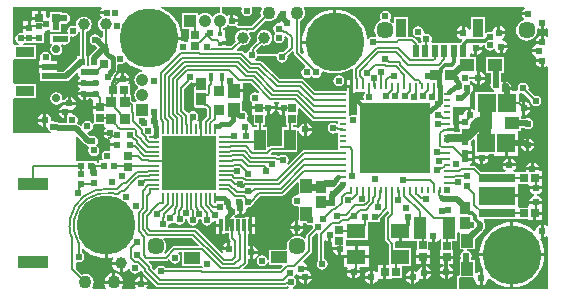
<source format=gbl>
G04*
G04 #@! TF.GenerationSoftware,Altium Limited,Altium Designer,23.3.1 (30)*
G04*
G04 Layer_Physical_Order=4*
G04 Layer_Color=16711680*
%FSLAX44Y44*%
%MOMM*%
G71*
G04*
G04 #@! TF.SameCoordinates,CAA4E8F3-47A2-4427-BED7-AF60692DF5F4*
G04*
G04*
G04 #@! TF.FilePolarity,Positive*
G04*
G01*
G75*
%ADD12C,0.2000*%
%ADD22C,1.0000*%
%ADD23R,0.5725X0.6153*%
%ADD24R,0.6000X0.5500*%
%ADD25R,0.7000X0.7000*%
%ADD26R,0.7000X0.7000*%
%ADD27R,1.0621X1.2578*%
%ADD28R,0.5000X0.6000*%
%ADD32R,0.6000X0.5000*%
%ADD39R,0.9121X1.1311*%
%ADD40R,0.6000X0.5000*%
%ADD43R,0.5000X0.5000*%
%ADD46R,0.7154X0.6725*%
%ADD47R,1.1311X0.9121*%
%ADD49R,1.4000X1.0000*%
%ADD60R,0.5000X0.5000*%
%ADD65R,0.5500X0.6000*%
%ADD95C,0.5000*%
%ADD103C,0.6000*%
%ADD104C,0.5000*%
%ADD105C,0.3000*%
%ADD106C,0.4000*%
%ADD107C,1.1000*%
%ADD108C,0.6200*%
%ADD109C,1.0500*%
%ADD110R,1.0500X1.0500*%
%ADD111C,1.4500*%
%ADD112R,1.0500X1.0500*%
%ADD113C,0.7000*%
%ADD114C,5.0000*%
%ADD115R,0.5500X0.2000*%
%ADD117R,0.9000X1.6000*%
%ADD118R,0.5000X1.0000*%
%ADD119R,1.6000X0.9000*%
%ADD120R,1.0000X0.5000*%
%ADD121R,6.0000X6.0000*%
%ADD122R,0.6000X0.2400*%
%ADD123R,0.2400X0.6000*%
%ADD124R,1.5781X1.5562*%
%ADD125R,3.0988X1.4986*%
%ADD126R,3.0988X0.7112*%
%ADD127R,1.0922X1.9050*%
%ADD128R,0.6500X0.7000*%
%ADD129R,0.4500X0.4500*%
%ADD130R,2.5400X1.0160*%
%ADD131R,0.6725X0.7154*%
%ADD132R,0.8500X0.9500*%
%ADD133R,0.5600X0.6300*%
%ADD134R,0.6153X0.5725*%
%ADD135R,0.6300X0.5600*%
%ADD136O,0.9500X0.2000*%
%ADD137O,0.2000X0.9500*%
%ADD138R,4.6000X4.6000*%
%ADD139R,0.3500X0.6500*%
%ADD140R,0.9700X0.9000*%
%ADD141R,1.0000X1.8000*%
%ADD142R,1.0000X1.1500*%
%ADD143R,0.3000X1.0000*%
%ADD144R,1.1500X1.0000*%
%ADD145R,1.6000X1.2500*%
%ADD146C,0.4700*%
%ADD147C,0.1840*%
%ADD148C,0.6000*%
%ADD149C,0.8000*%
%ADD150C,1.0000*%
G36*
X178376Y241941D02*
Y236932D01*
X177950Y236558D01*
X176188Y236326D01*
X174546Y235646D01*
X173136Y234564D01*
X172357Y233549D01*
X172055Y233451D01*
X171145D01*
X170843Y233549D01*
X170064Y234564D01*
X168654Y235646D01*
X167012Y236326D01*
X165250Y236558D01*
X163488Y236326D01*
X161846Y235646D01*
X160570Y234667D01*
X160018Y234787D01*
X159300Y235170D01*
Y236500D01*
X145800D01*
Y223000D01*
X152000D01*
Y214790D01*
X150960D01*
Y212514D01*
X149690Y211835D01*
X148795Y212433D01*
X147000Y212790D01*
X146193Y212630D01*
X145002Y213688D01*
X145025Y213980D01*
X117500D01*
Y216520D01*
X145025D01*
X144785Y219571D01*
X143773Y223787D01*
X142114Y227792D01*
X139849Y231488D01*
X137034Y234784D01*
X133738Y237599D01*
X130042Y239864D01*
X127951Y240730D01*
X128204Y242000D01*
X178337D01*
X178376Y241941D01*
D02*
G37*
G36*
X226935Y231935D02*
X228800Y230688D01*
X229516Y229337D01*
X229470Y229102D01*
X228036Y228093D01*
X227814Y228137D01*
X226019Y227780D01*
X224497Y226763D01*
X223481Y225242D01*
X223124Y223447D01*
X223481Y221652D01*
X224497Y220130D01*
X224412Y218660D01*
X223667Y217544D01*
X223310Y215749D01*
X223667Y213954D01*
X224684Y212433D01*
X226205Y211416D01*
X228000Y211059D01*
X229795Y211416D01*
X231316Y212433D01*
X232333Y213954D01*
X232690Y215749D01*
X232534Y216536D01*
X232557Y216590D01*
X233697Y217199D01*
X235951Y214944D01*
Y208130D01*
X231426Y203605D01*
X230521Y203785D01*
X228726Y203428D01*
X227204Y202411D01*
X226930Y202000D01*
X209583D01*
X209405Y202895D01*
X208424Y204362D01*
Y204819D01*
X213074Y209469D01*
X213803Y209167D01*
X215500Y208944D01*
X217197Y209167D01*
X218778Y209822D01*
X220136Y210864D01*
X221178Y212222D01*
X221833Y213803D01*
X222056Y215500D01*
X221833Y217197D01*
X221178Y218778D01*
X220136Y220136D01*
X218778Y221178D01*
X217197Y221833D01*
X215500Y222056D01*
X213803Y221833D01*
X212222Y221178D01*
X210864Y220136D01*
X209822Y218778D01*
X209167Y217197D01*
X208944Y215500D01*
X209167Y213803D01*
X209469Y213074D01*
X204073Y207677D01*
X203520Y206851D01*
X203326Y205875D01*
Y205443D01*
X203277Y205433D01*
X201755Y204416D01*
X200738Y202895D01*
X199364Y202493D01*
X197804Y204052D01*
X196978Y204605D01*
X196002Y204799D01*
X192563D01*
X192077Y205972D01*
X195531Y209426D01*
X195553Y209417D01*
X197250Y209194D01*
X198947Y209417D01*
X200528Y210072D01*
X201886Y211114D01*
X202928Y212472D01*
X203583Y214053D01*
X203806Y215750D01*
X203583Y217447D01*
X202928Y219028D01*
X202608Y219445D01*
X203234Y220715D01*
X206014D01*
X206989Y220909D01*
X207816Y221462D01*
X216441Y230087D01*
X217423Y229680D01*
X219250Y229440D01*
X221077Y229680D01*
X222780Y230385D01*
X224242Y231508D01*
X225018Y232518D01*
X226483Y232611D01*
X226935Y231935D01*
D02*
G37*
G36*
X195790Y241941D02*
X196468Y240671D01*
X196297Y240415D01*
X195940Y238620D01*
X196297Y236825D01*
X197314Y235304D01*
X198835Y234287D01*
X200630Y233930D01*
X202425Y234287D01*
X203946Y235304D01*
X204963Y236825D01*
X205320Y238620D01*
X204963Y240415D01*
X204792Y240671D01*
X205471Y241941D01*
X213001D01*
X213627Y240671D01*
X213136Y240030D01*
X212430Y238327D01*
X212190Y236500D01*
X212430Y234673D01*
X212837Y233691D01*
X204958Y225813D01*
X194157D01*
X193414Y225665D01*
X192838Y226227D01*
X192575Y226694D01*
X193314Y227801D01*
X193499Y228731D01*
X188001D01*
Y230001D01*
X186731D01*
Y235499D01*
X185800Y235314D01*
X183935Y234067D01*
X183492Y234053D01*
X182748Y234577D01*
X181354Y235646D01*
X180000Y236207D01*
Y241941D01*
X195790D01*
D02*
G37*
G36*
X213516Y230766D02*
X213596Y229538D01*
X206781Y222723D01*
X206356Y222439D01*
X205854Y222339D01*
X203234D01*
X202983Y222235D01*
X202712Y222253D01*
X202431Y222006D01*
X202086Y221863D01*
X202076Y221840D01*
X200809Y221212D01*
X200528Y221428D01*
X198947Y222083D01*
X197250Y222306D01*
X195553Y222083D01*
X193972Y221428D01*
X192614Y220386D01*
X191572Y219028D01*
X190917Y217447D01*
X190694Y215750D01*
X190917Y214053D01*
X191512Y212617D01*
X187194Y208299D01*
X183040D01*
Y209230D01*
X178250D01*
Y211770D01*
X183040D01*
Y215290D01*
X182000D01*
Y222250D01*
X180649D01*
Y223562D01*
X181354Y223854D01*
X182764Y224936D01*
X183599Y226024D01*
X184123Y226343D01*
X185215Y226331D01*
X186206Y225668D01*
X188001Y225311D01*
X189796Y225668D01*
X189902Y225739D01*
X190117Y225766D01*
X191425Y225429D01*
X191611Y225283D01*
X191704Y225065D01*
X192280Y224503D01*
X192425Y224445D01*
X192512Y224315D01*
X192986Y224221D01*
X193434Y224042D01*
X193577Y224103D01*
X193731Y224073D01*
X194317Y224189D01*
X204958D01*
X206106Y224665D01*
X212288Y230846D01*
X213516Y230766D01*
D02*
G37*
G36*
X435454Y241941D02*
X435839Y240671D01*
X434935Y240067D01*
X433688Y238202D01*
X433503Y237271D01*
X439001D01*
Y234731D01*
X433503D01*
X433688Y233801D01*
X434935Y231935D01*
X435289Y231698D01*
X434934Y230408D01*
X433087Y229643D01*
X431259Y228241D01*
X429857Y226413D01*
X428975Y224284D01*
X428675Y222000D01*
X428975Y219716D01*
X429857Y217587D01*
X431259Y215759D01*
X433087Y214357D01*
X435216Y213475D01*
X437500Y213174D01*
X439784Y213475D01*
X441913Y214357D01*
X443741Y215759D01*
X445143Y217587D01*
X446025Y219716D01*
X446325Y222000D01*
X446205Y222915D01*
X447392Y223630D01*
X448801Y222688D01*
X449731Y222503D01*
Y228001D01*
X452271D01*
Y222503D01*
X453202Y222688D01*
X454671Y223670D01*
X455941Y223131D01*
Y216871D01*
X454671Y216332D01*
X453202Y217314D01*
X452271Y217499D01*
Y212001D01*
X451001D01*
Y210731D01*
X445503D01*
X445664Y209922D01*
X445461Y209882D01*
X443595Y208635D01*
X442348Y206770D01*
X442163Y205839D01*
X447661D01*
Y203299D01*
X442163D01*
X442348Y202369D01*
X443595Y200503D01*
X445461Y199256D01*
X445634Y197927D01*
X445503Y197271D01*
X451001D01*
Y196001D01*
X452271D01*
Y190503D01*
X453202Y190688D01*
X454671Y191670D01*
X455941Y191131D01*
X455941Y56871D01*
X454671Y56332D01*
X453202Y57314D01*
X452271Y57499D01*
Y52001D01*
Y46503D01*
X453202Y46688D01*
X454671Y47670D01*
X455941Y47131D01*
Y3059D01*
X380000D01*
Y12348D01*
X381000Y13000D01*
X392448D01*
X393254Y12018D01*
X393251Y12001D01*
X393688Y9800D01*
X394935Y7935D01*
X396800Y6688D01*
X397731Y6503D01*
Y12001D01*
Y17499D01*
X396800Y17314D01*
X395270Y16291D01*
X394000Y16780D01*
Y27500D01*
X390558D01*
Y28918D01*
X390583Y28955D01*
X390940Y30750D01*
X390583Y32545D01*
X389566Y34066D01*
X388045Y35083D01*
X387306Y35230D01*
X387431Y36500D01*
X394000D01*
Y45232D01*
X396249Y47481D01*
X396249Y47481D01*
X400884Y52116D01*
X401768Y53439D01*
X402078Y55000D01*
X402078Y55000D01*
Y58207D01*
X401768Y59768D01*
X401163Y60674D01*
X401720Y61944D01*
X429494D01*
Y61944D01*
X429923Y62138D01*
X438455D01*
Y61098D01*
X443301D01*
Y67000D01*
X444571D01*
Y68270D01*
X450688D01*
Y72902D01*
X450688Y72902D01*
X450587Y74172D01*
X450748Y74980D01*
X439752D01*
X439913Y74172D01*
X439853Y73830D01*
X439357Y72902D01*
X438455D01*
Y71862D01*
X431761D01*
X430534Y71967D01*
X430534Y72879D01*
Y80730D01*
X412500D01*
Y83270D01*
X430534D01*
Y91121D01*
X430534Y92033D01*
X431761Y92138D01*
X438455D01*
Y91098D01*
X439041D01*
X440014Y89828D01*
X440002Y89770D01*
X450998D01*
X450813Y90701D01*
X450688Y91098D01*
X450688Y91098D01*
X450688Y91098D01*
Y95730D01*
X444571D01*
Y98270D01*
X450688D01*
Y102902D01*
X448810D01*
X448395Y103408D01*
X436914D01*
X436969Y103132D01*
X436099Y101862D01*
X429923D01*
X429494Y102056D01*
Y102056D01*
X426541D01*
X426156Y103326D01*
X427067Y103935D01*
X428314Y105800D01*
X428499Y106731D01*
X417503D01*
X417688Y105800D01*
X418935Y103935D01*
X419846Y103326D01*
X419461Y102056D01*
X399111D01*
X394864Y106302D01*
X394037Y106855D01*
X393062Y107049D01*
X389622D01*
X389237Y108319D01*
X389785Y108685D01*
X391032Y110551D01*
X391217Y111481D01*
X385719D01*
Y114021D01*
X391217D01*
X391152Y114345D01*
Y117194D01*
X385750D01*
Y119734D01*
X391152D01*
Y124081D01*
X390112D01*
Y127807D01*
X392199Y129894D01*
X393469Y129367D01*
Y116969D01*
X393469D01*
X394114Y115699D01*
X394002Y115139D01*
X404998D01*
X404887Y115699D01*
X405623Y116969D01*
X409710D01*
Y115929D01*
X418871D01*
Y126250D01*
X420141D01*
Y127520D01*
X430571D01*
Y135480D01*
X430571Y136571D01*
X431767Y136750D01*
X432750D01*
Y139047D01*
X436048D01*
X436616Y138667D01*
X438411Y138310D01*
X440205Y138667D01*
X441727Y139684D01*
X442744Y141205D01*
X443101Y143000D01*
X442744Y144795D01*
X441727Y146316D01*
X440205Y147333D01*
X438411Y147690D01*
X436616Y147333D01*
X436422Y147203D01*
X432750D01*
Y149476D01*
X433684Y150561D01*
X433980Y150502D01*
Y156000D01*
Y161498D01*
X433049Y161313D01*
X432441Y160906D01*
X431321Y161505D01*
Y168312D01*
X432441Y168910D01*
X432805Y168667D01*
X434600Y168310D01*
X435318Y168453D01*
X440719Y163051D01*
X440560Y162250D01*
X440917Y160455D01*
X441934Y158934D01*
X443455Y157917D01*
X445250Y157560D01*
X447045Y157917D01*
X448566Y158934D01*
X449583Y160455D01*
X449940Y162250D01*
X449583Y164045D01*
X448566Y165566D01*
X447045Y166583D01*
X445250Y166940D01*
X444240Y166739D01*
X439073Y171907D01*
X439290Y173000D01*
X438933Y174795D01*
X437916Y176316D01*
X436395Y177333D01*
X434600Y177690D01*
X432805Y177333D01*
X431284Y176316D01*
X430267Y174795D01*
X429910Y173000D01*
X430091Y172091D01*
X429112Y170821D01*
X425667D01*
X425332Y171230D01*
X419250D01*
Y172500D01*
X417980D01*
Y177998D01*
X417049Y177813D01*
X417015Y177790D01*
X416001Y177871D01*
X415454Y178274D01*
Y186000D01*
X418000D01*
Y199000D01*
X403500D01*
Y186000D01*
X407297D01*
Y177227D01*
X407272Y177190D01*
X406915Y175395D01*
X407272Y173600D01*
X408289Y172078D01*
X409810Y171062D01*
X409813Y171061D01*
X409865Y171050D01*
X409740Y169781D01*
X394219D01*
Y155021D01*
X392949Y154342D01*
X391721Y155163D01*
X390790Y155348D01*
Y149850D01*
X388250D01*
Y155348D01*
X387320Y155163D01*
X385454Y153916D01*
X384208Y152051D01*
X383780Y149902D01*
X380348D01*
Y145556D01*
X385750D01*
Y143016D01*
X380348D01*
Y138669D01*
X381388D01*
Y135963D01*
X375940D01*
Y136632D01*
X370400D01*
Y139172D01*
X375940D01*
Y141642D01*
X374900D01*
Y145204D01*
Y157000D01*
X390000D01*
Y168151D01*
X390376Y168713D01*
X390474Y169205D01*
X390816Y169434D01*
X391833Y170955D01*
X392190Y172750D01*
X391833Y174545D01*
X390816Y176066D01*
X390000Y176612D01*
Y178876D01*
X391720D01*
X392684Y177434D01*
X394549Y176187D01*
X395480Y176002D01*
Y180151D01*
X395624Y180499D01*
Y181500D01*
Y182500D01*
X395480Y182848D01*
Y187294D01*
X394500Y188098D01*
Y193412D01*
X394518Y193439D01*
X394828Y195000D01*
X394518Y196561D01*
X394500Y196588D01*
Y199000D01*
X391144D01*
X390750Y199078D01*
X390000D01*
Y201618D01*
X391100Y202410D01*
X392406Y201537D01*
X393337Y201352D01*
Y206850D01*
X394607D01*
Y208120D01*
X400105D01*
X400015Y208571D01*
X400752Y209615D01*
X401922Y209668D01*
X402060Y209500D01*
X402417Y207705D01*
X403434Y206184D01*
X404955Y205167D01*
X406750Y204810D01*
X408545Y205167D01*
X409404Y205741D01*
X410506Y205791D01*
X410970Y205376D01*
X411934Y203934D01*
X413799Y202687D01*
X414730Y202502D01*
Y208000D01*
X416000D01*
Y209270D01*
X421498D01*
X421313Y210201D01*
X420066Y212066D01*
X418201Y213313D01*
X416746Y213602D01*
X416735Y213629D01*
X416612Y214924D01*
X418161Y215959D01*
X419407Y217824D01*
X419593Y218755D01*
X414095D01*
Y220025D01*
X412825D01*
Y225523D01*
X411894Y225338D01*
X410028Y224091D01*
X408782Y222225D01*
X408722Y221925D01*
X407233Y220950D01*
X406630Y221070D01*
X404835Y220713D01*
X403520Y219834D01*
X402744Y220068D01*
X402250Y220391D01*
Y233450D01*
X390250D01*
Y222857D01*
X388980Y222471D01*
X387981Y223966D01*
X386116Y225213D01*
X385185Y225398D01*
Y219900D01*
X383915D01*
Y218630D01*
X378417D01*
X378602Y217699D01*
X379849Y215834D01*
X381714Y214587D01*
X382524Y214426D01*
X382892Y213211D01*
X382587Y212906D01*
X381924Y211913D01*
X381792Y211250D01*
X379750Y211250D01*
Y211250D01*
X379750D01*
Y211250D01*
X373020D01*
X371750Y211250D01*
Y211250D01*
X371750D01*
Y211250D01*
X357471D01*
X356792Y212520D01*
X357083Y212955D01*
X357440Y214750D01*
X357083Y216545D01*
X356066Y218066D01*
X354545Y219083D01*
X352750Y219440D01*
X351617Y219215D01*
X350518Y220202D01*
X350601Y220616D01*
X350244Y222411D01*
X349227Y223933D01*
X347705Y224949D01*
X345911Y225306D01*
X344116Y224949D01*
X342594Y223933D01*
X341577Y222411D01*
X341221Y220616D01*
X341577Y218821D01*
X342594Y217300D01*
X344116Y216283D01*
X345911Y215926D01*
X347044Y216152D01*
X348142Y215164D01*
X348060Y214750D01*
X348417Y212955D01*
X348708Y212520D01*
X348534Y212195D01*
X347750Y211250D01*
X347750D01*
X347750Y211250D01*
X346366D01*
X346355Y211304D01*
X345802Y212131D01*
X342681Y215252D01*
X341854Y215805D01*
X340878Y215999D01*
X337250D01*
Y233450D01*
X325250D01*
Y228360D01*
X323980Y227929D01*
X323741Y228241D01*
X322073Y229520D01*
X321897Y229757D01*
X321716Y231099D01*
X322348Y232044D01*
X322705Y233839D01*
X322348Y235634D01*
X321331Y237155D01*
X319809Y238172D01*
X318015Y238529D01*
X316220Y238172D01*
X314698Y237155D01*
X313682Y235634D01*
X313325Y233839D01*
X313682Y232044D01*
X314090Y231433D01*
X313613Y229861D01*
X313087Y229643D01*
X311259Y228241D01*
X309857Y226413D01*
X308975Y224284D01*
X308675Y222000D01*
X308975Y219716D01*
X309857Y217587D01*
X310016Y217380D01*
X309432Y216534D01*
X309204Y216352D01*
X307500Y216691D01*
X305705Y216334D01*
X304184Y215318D01*
X303696Y214587D01*
X302395Y214926D01*
X302285Y216322D01*
X301273Y220537D01*
X299614Y224542D01*
X297349Y228238D01*
X294534Y231534D01*
X291238Y234349D01*
X287542Y236614D01*
X283537Y238273D01*
X279321Y239285D01*
X276270Y239525D01*
Y212000D01*
X275000D01*
Y210730D01*
X247475D01*
X247715Y207679D01*
X248705Y203556D01*
X248483Y203127D01*
X247929Y202364D01*
X247054Y202301D01*
X245799Y203556D01*
Y229979D01*
X246780Y230385D01*
X248242Y231508D01*
X249364Y232970D01*
X250070Y234673D01*
X250310Y236500D01*
X250070Y238327D01*
X249364Y240030D01*
X248873Y240671D01*
X249499Y241941D01*
X435454Y241941D01*
D02*
G37*
G36*
X77709Y240730D02*
X76688Y239202D01*
X76503Y238272D01*
X82001D01*
Y235732D01*
X76503D01*
X76688Y234801D01*
X77388Y233753D01*
X77871Y232864D01*
X77128Y232030D01*
X76614Y231636D01*
X75572Y230278D01*
X74917Y228697D01*
X74694Y227000D01*
X74917Y225303D01*
X75572Y223722D01*
X76614Y222364D01*
X77972Y221322D01*
X78701Y221020D01*
Y215976D01*
X77528Y215490D01*
X76313Y216704D01*
X75763Y217072D01*
X75566Y217366D01*
X74045Y218383D01*
X72250Y218740D01*
X70455Y218383D01*
X68934Y217366D01*
X67917Y215845D01*
X67560Y214050D01*
X67917Y212255D01*
X68934Y210734D01*
X70455Y209717D01*
X72091Y209392D01*
X74232Y207250D01*
X68116Y201134D01*
X67358Y200000D01*
X67000D01*
Y198644D01*
X66922Y198250D01*
X66922Y198250D01*
Y195500D01*
X67000Y195106D01*
Y192236D01*
X65810Y191574D01*
X65000Y192049D01*
Y195106D01*
X65078Y195500D01*
X65000Y195894D01*
Y200000D01*
X64424D01*
Y220664D01*
X64447Y220667D01*
X66028Y221322D01*
X67386Y222364D01*
X68428Y223722D01*
X69083Y225303D01*
X69306Y227000D01*
X69083Y228697D01*
X68428Y230278D01*
X67386Y231636D01*
X66028Y232678D01*
X64447Y233333D01*
X62750Y233556D01*
X61053Y233333D01*
X59472Y232678D01*
X58114Y231636D01*
X57072Y230278D01*
X56417Y228697D01*
X56194Y227000D01*
X56279Y226353D01*
X55806Y225934D01*
X55108Y225520D01*
X53500Y225840D01*
X51705Y225483D01*
X50184Y224466D01*
X49167Y222945D01*
X48810Y221150D01*
X49088Y219754D01*
X48453Y219131D01*
X48127Y218890D01*
X48068Y218864D01*
X46367Y219202D01*
X44572Y218845D01*
X44500Y218797D01*
X43250Y218750D01*
X43250Y218750D01*
X43250Y218750D01*
X34250D01*
Y210750D01*
X35697D01*
X36083Y209480D01*
X35895Y209355D01*
X34790Y207701D01*
X34402Y205750D01*
X34790Y203799D01*
X35895Y202145D01*
X37549Y201040D01*
X39500Y200652D01*
X41451Y201040D01*
X43105Y202145D01*
X44210Y203799D01*
X44598Y205750D01*
X44210Y207701D01*
X43642Y208552D01*
X44158Y210023D01*
X44572Y210179D01*
X46367Y209822D01*
X48162Y210179D01*
X49683Y211196D01*
X50700Y212717D01*
X51057Y214512D01*
X50779Y215908D01*
X51414Y216531D01*
X51740Y216772D01*
X51799Y216798D01*
X53500Y216460D01*
X55295Y216817D01*
X56816Y217834D01*
X57833Y219355D01*
X58056Y220476D01*
X59326Y220351D01*
Y200000D01*
X57000D01*
Y198268D01*
X45811Y187078D01*
X39690D01*
Y189730D01*
X24610D01*
Y185960D01*
X25650D01*
Y179000D01*
X31756D01*
X32150Y178922D01*
X47500D01*
X47500Y178922D01*
X49061Y179232D01*
X50384Y180116D01*
X56133Y185865D01*
X57511Y185447D01*
X57781Y184088D01*
X59006Y182256D01*
Y181244D01*
X57781Y179412D01*
X57604Y178520D01*
X63000D01*
Y175980D01*
X57604D01*
X57781Y175088D01*
X59006Y173256D01*
Y172244D01*
X57781Y170412D01*
X57604Y169520D01*
X63000D01*
Y168250D01*
X64270D01*
Y162854D01*
X65162Y163031D01*
X66994Y164256D01*
X67365Y164811D01*
X68635D01*
X69006Y164256D01*
X69323Y164044D01*
X70098Y163152D01*
X70098D01*
X70098Y163152D01*
Y158306D01*
X76000D01*
Y155766D01*
X70098D01*
Y150919D01*
X71138D01*
Y143153D01*
X69868Y142767D01*
X69066Y143966D01*
X67545Y144983D01*
X65750Y145340D01*
X63955Y144983D01*
X62434Y143966D01*
X61417Y142445D01*
X61160Y141154D01*
X59862Y140655D01*
X58618Y141899D01*
X57295Y142783D01*
X57052Y144034D01*
X57333Y144455D01*
X57690Y146250D01*
X57333Y148045D01*
X56316Y149566D01*
X54795Y150583D01*
X53000Y150940D01*
X52451Y151489D01*
X52499Y151732D01*
X48271D01*
Y146519D01*
X48348Y146442D01*
X48310Y146250D01*
X48667Y144455D01*
X48828Y144214D01*
X48229Y143094D01*
X42794D01*
X41755Y143788D01*
X40194Y144099D01*
X39482Y143957D01*
X38545Y144583D01*
X36750Y144940D01*
X36091Y144809D01*
X35193Y145707D01*
X35251Y146002D01*
X34814Y148202D01*
X33567Y150068D01*
X31702Y151314D01*
X30771Y151499D01*
Y146002D01*
Y140504D01*
X30817Y140513D01*
X31880Y140288D01*
X32191Y139590D01*
X32417Y138455D01*
X33434Y136934D01*
X34738Y136062D01*
X34624Y135049D01*
X34527Y134792D01*
X3019D01*
Y163409D01*
X3450Y164500D01*
X4289Y164500D01*
X22450D01*
Y176500D01*
X4289D01*
X3019Y177591D01*
Y196409D01*
X3450Y197500D01*
X4289Y197500D01*
X22450D01*
Y209500D01*
X11185D01*
X11055Y210673D01*
X12063Y211350D01*
X12250Y211250D01*
Y211250D01*
X20750D01*
Y211250D01*
X20750Y211250D01*
X28750D01*
Y219250D01*
X29498Y220210D01*
X29790D01*
Y221372D01*
X30250Y221749D01*
X32451Y222187D01*
X33130Y222641D01*
X34250Y222043D01*
Y220750D01*
X38356D01*
X38750Y220672D01*
X39144Y220750D01*
X43250D01*
Y226171D01*
X43750Y227250D01*
X45020Y227555D01*
X46250Y227310D01*
X48045Y227667D01*
X49566Y228684D01*
X50583Y230205D01*
X50940Y232000D01*
X50583Y233795D01*
X49566Y235316D01*
X48045Y236333D01*
X46250Y236690D01*
X45020Y236445D01*
X43750Y237250D01*
Y237250D01*
X33750D01*
Y233292D01*
X32630Y232693D01*
X32451Y232813D01*
X30790Y233143D01*
Y238290D01*
X26020D01*
Y232250D01*
X24750D01*
Y230980D01*
X18710D01*
Y229790D01*
X17770D01*
Y224250D01*
X16500D01*
Y222980D01*
X11210D01*
Y220695D01*
X9940Y219653D01*
X9250Y219790D01*
X7455Y219433D01*
X5934Y218416D01*
X4917Y216895D01*
X4560Y215100D01*
X4917Y213305D01*
X5934Y211784D01*
X7455Y210767D01*
X7315Y209500D01*
X4289D01*
X3019Y210591D01*
Y242000D01*
X77218D01*
X77709Y240730D01*
D02*
G37*
G36*
X240701Y203874D02*
Y202500D01*
X240895Y201525D01*
X241448Y200698D01*
X250146Y191999D01*
X249747Y190625D01*
X248225Y189608D01*
X247209Y188087D01*
X246852Y186292D01*
X247209Y184497D01*
X248225Y182976D01*
X249747Y181959D01*
X251542Y181602D01*
X253337Y181959D01*
X254699Y182869D01*
X255217Y182996D01*
X255874D01*
X256304Y182853D01*
X257705Y181917D01*
X259500Y181560D01*
X261295Y181917D01*
X262816Y182934D01*
X263833Y184455D01*
X264190Y186250D01*
X264118Y186612D01*
X265100Y187417D01*
X266786Y186719D01*
X270842Y185745D01*
X275000Y185418D01*
X279158Y185745D01*
X283214Y186719D01*
X287068Y188315D01*
X289116Y189570D01*
X289451Y189489D01*
X290351Y188838D01*
Y181731D01*
X290455Y181210D01*
X290170Y180744D01*
Y174400D01*
Y168860D01*
X292640D01*
Y169900D01*
X300494D01*
X300879Y168630D01*
X300784Y168566D01*
X299767Y167045D01*
X299410Y165250D01*
X299617Y164210D01*
X298700Y162940D01*
X293860D01*
Y150551D01*
X292740Y149953D01*
X292545Y150083D01*
X290750Y150440D01*
X288955Y150083D01*
X288170Y149558D01*
X286961Y150175D01*
X286900Y150237D01*
Y160208D01*
Y168860D01*
X287630D01*
Y173130D01*
X285160D01*
Y170609D01*
X277900D01*
Y170458D01*
X258596D01*
X249252Y179802D01*
X248425Y180355D01*
X247450Y180549D01*
X228806D01*
X213893Y195462D01*
X213066Y196015D01*
X212090Y196209D01*
X208317D01*
X207932Y197479D01*
X208388Y197784D01*
X209405Y199305D01*
X209618Y200376D01*
X225085D01*
X225890Y199395D01*
X225831Y199095D01*
X226188Y197300D01*
X227204Y195779D01*
X228726Y194762D01*
X230521Y194405D01*
X232316Y194762D01*
X233837Y195779D01*
X234854Y197300D01*
X235211Y199095D01*
X235031Y200000D01*
X239431Y204400D01*
X240701Y203874D01*
D02*
G37*
G36*
X101262Y192901D02*
X104958Y190636D01*
X108963Y188977D01*
X112279Y188181D01*
X112250Y186958D01*
X110488Y186726D01*
X108846Y186046D01*
X107436Y184964D01*
X106354Y183554D01*
X105674Y181912D01*
X105442Y180150D01*
X105674Y178388D01*
X106354Y176746D01*
X107436Y175336D01*
X108451Y174557D01*
X108549Y174255D01*
Y173345D01*
X108451Y173043D01*
X107436Y172264D01*
X106354Y170854D01*
X105674Y169212D01*
X105442Y167450D01*
X105674Y165688D01*
X106354Y164046D01*
X107333Y162770D01*
X107213Y162218D01*
X106830Y161500D01*
X105500D01*
X105500Y161500D01*
Y161500D01*
X104230Y161375D01*
X103000Y162605D01*
Y167250D01*
X101862D01*
Y176112D01*
X100879D01*
X100200Y177382D01*
X100813Y178299D01*
X100998Y179230D01*
X90002D01*
X90163Y178422D01*
X90103Y178080D01*
X89607Y177152D01*
X88484D01*
Y171250D01*
X85944D01*
Y177211D01*
X85577Y178422D01*
X86566Y179084D01*
X87583Y180605D01*
X87940Y182400D01*
X87880Y182705D01*
X88399Y183482D01*
X88670Y184847D01*
Y184924D01*
X89523Y185777D01*
X90297Y186935D01*
X90569Y188300D01*
Y192757D01*
X91610Y193485D01*
X91839Y193447D01*
X93600Y193097D01*
X95395Y193454D01*
X96916Y194471D01*
X97125Y194783D01*
X98800Y195004D01*
X101262Y192901D01*
D02*
G37*
G36*
X211323Y169573D02*
X210513Y168586D01*
X209545Y169233D01*
X207750Y169590D01*
X205955Y169233D01*
X204434Y168216D01*
X203417Y166695D01*
X203060Y164900D01*
X203417Y163105D01*
X204434Y161584D01*
X205348Y160973D01*
Y157591D01*
X211250D01*
Y155051D01*
X205348D01*
Y150204D01*
X206388D01*
Y141673D01*
X208951D01*
Y140000D01*
X205201D01*
X204813Y141951D01*
X203566Y143816D01*
X201701Y145063D01*
X201024Y145197D01*
X200539Y146589D01*
X201188Y147560D01*
X201545Y149355D01*
X201188Y151149D01*
X200171Y152671D01*
X198649Y153688D01*
X196855Y154045D01*
X196561Y154286D01*
Y161965D01*
X197601D01*
Y169524D01*
X189750D01*
Y172064D01*
X197601D01*
Y177111D01*
X203785D01*
X211323Y169573D01*
D02*
G37*
G36*
X228106Y160181D02*
X227934Y160066D01*
X226687Y158201D01*
X226502Y157270D01*
X232000D01*
Y156000D01*
X233270D01*
Y149846D01*
X233638Y149649D01*
Y141673D01*
X234451D01*
Y140000D01*
X230500D01*
Y124049D01*
X221035D01*
X220060Y123855D01*
X219270Y123327D01*
X218714Y123433D01*
X218000Y123729D01*
Y140000D01*
X214049D01*
Y141673D01*
X216112D01*
Y149649D01*
X217152Y150204D01*
D01*
X217722Y150639D01*
Y156492D01*
X218992D01*
Y157762D01*
X224489D01*
X224304Y158692D01*
X223310Y160181D01*
X223833Y161451D01*
X227720D01*
X228106Y160181D01*
D02*
G37*
G36*
X154156Y177937D02*
X154258Y177886D01*
X154375Y177770D01*
X162000D01*
Y175230D01*
X154899D01*
Y168304D01*
X155939D01*
Y156534D01*
X165314D01*
X165561Y156485D01*
X165600D01*
X166779Y155306D01*
Y149121D01*
X163948Y146290D01*
X163485Y145598D01*
X163131Y145835D01*
X163020Y145857D01*
Y138750D01*
X160480D01*
Y145857D01*
X160369Y145835D01*
X159452Y145222D01*
X158576Y146099D01*
X158566Y146181D01*
X159183Y147105D01*
X159540Y148900D01*
X159183Y150695D01*
X158166Y152216D01*
X156645Y153233D01*
X154850Y153590D01*
X153055Y153233D01*
X151534Y152216D01*
X150159Y152445D01*
X147799Y154804D01*
Y172181D01*
X153629Y178012D01*
X154156Y177937D01*
D02*
G37*
G36*
X255589Y146102D02*
X256416Y145549D01*
X257391Y145355D01*
X277900D01*
Y143387D01*
X276630Y142708D01*
X275695Y143333D01*
X273900Y143690D01*
X272105Y143333D01*
X270584Y142316D01*
X269567Y140795D01*
X269210Y139000D01*
X269567Y137205D01*
X270584Y135684D01*
X272105Y134667D01*
X273900Y134310D01*
X275695Y134667D01*
X276630Y135292D01*
X276761Y135282D01*
X277900Y134659D01*
Y130201D01*
Y120446D01*
X249323D01*
X248347Y120252D01*
X247520Y119699D01*
X236020Y108199D01*
X235033Y109008D01*
X235833Y110205D01*
X236190Y112000D01*
X235833Y113795D01*
X234816Y115316D01*
X233295Y116333D01*
X231500Y116690D01*
X229705Y116333D01*
X228238Y115353D01*
X227091D01*
X226642Y115802D01*
X225815Y116355D01*
X224839Y116549D01*
X221349D01*
X220863Y117722D01*
X222091Y118951D01*
X233000D01*
X233246Y119000D01*
X243500D01*
Y136515D01*
X244770Y136640D01*
X244937Y135799D01*
X246184Y133934D01*
X248049Y132687D01*
X248980Y132502D01*
Y138000D01*
Y143498D01*
X248049Y143313D01*
X246184Y142066D01*
X244937Y140201D01*
X244770Y139360D01*
X243500Y139485D01*
Y140000D01*
X239549D01*
Y141673D01*
X243362D01*
Y150204D01*
X244402D01*
Y155629D01*
X245576Y156115D01*
X255589Y146102D01*
D02*
G37*
G36*
X80000Y140250D02*
X80851D01*
X81236Y138980D01*
X81172Y138937D01*
X79925Y137071D01*
X79740Y136140D01*
X85238D01*
Y133600D01*
X79740D01*
X79925Y132670D01*
X81172Y130804D01*
X83037Y129558D01*
X85211Y129125D01*
Y126520D01*
X90751D01*
Y123980D01*
X85211D01*
Y120837D01*
X85001Y120572D01*
X84066Y119909D01*
X82625Y120196D01*
X80830Y119838D01*
X79309Y118822D01*
X78292Y117300D01*
X77935Y115505D01*
X78292Y113710D01*
X78653Y113170D01*
X77974Y111900D01*
X75100D01*
Y109717D01*
X73612D01*
Y111612D01*
X56025D01*
Y131298D01*
X57198Y131784D01*
X63637Y125346D01*
X64960Y124462D01*
X66520Y124151D01*
X66551Y124157D01*
X67204Y123181D01*
X67185Y122821D01*
X66667Y122045D01*
X66310Y120250D01*
X66667Y118455D01*
X67684Y116934D01*
X69205Y115917D01*
X71000Y115560D01*
X72795Y115917D01*
X74316Y116934D01*
X75333Y118455D01*
X75690Y120250D01*
X75333Y122045D01*
X74316Y123566D01*
X73316Y124235D01*
Y124684D01*
X74333Y126205D01*
X74690Y128000D01*
X74333Y129795D01*
X73316Y131316D01*
X71795Y132333D01*
X70000Y132690D01*
X68205Y132333D01*
X68193Y132325D01*
X65755Y134763D01*
X66254Y136060D01*
X67545Y136317D01*
X69066Y137334D01*
X70083Y138855D01*
X70440Y140650D01*
X70276Y141475D01*
X71389Y142388D01*
X80000D01*
Y140250D01*
D02*
G37*
G36*
X244500Y92961D02*
Y83201D01*
X243384Y82129D01*
X243332Y82139D01*
X241537Y81782D01*
X240016Y80765D01*
X238999Y79244D01*
X238642Y77449D01*
X238999Y75654D01*
X240016Y74132D01*
X241537Y73116D01*
X243332Y72759D01*
X243518Y72796D01*
X244500Y71990D01*
Y61455D01*
X244271Y61267D01*
Y56271D01*
X248499D01*
X248314Y57202D01*
X247861Y57880D01*
X248460Y59000D01*
X250438D01*
X250984Y58184D01*
X252505Y57167D01*
X254300Y56810D01*
X255519Y57052D01*
X256585Y56147D01*
X256620Y56075D01*
X256410Y55019D01*
X256535Y54390D01*
X251448Y49302D01*
X250895Y48475D01*
X250701Y47500D01*
Y45924D01*
X249431Y45478D01*
X247913Y46643D01*
X245784Y47525D01*
X243500Y47825D01*
X241216Y47525D01*
X239087Y46643D01*
X237259Y45241D01*
X235857Y43413D01*
X234975Y41284D01*
X234674Y39000D01*
X234869Y37520D01*
X233889Y36250D01*
X219500D01*
Y28031D01*
X218230Y27906D01*
X218083Y28645D01*
X217066Y30166D01*
X215545Y31183D01*
X213750Y31540D01*
X211955Y31183D01*
X210434Y30166D01*
X209417Y28645D01*
X209060Y26850D01*
X209417Y25055D01*
X210434Y23534D01*
X211955Y22517D01*
X213750Y22160D01*
X215545Y22517D01*
X217066Y23534D01*
X218083Y25055D01*
X218230Y25794D01*
X219500Y25669D01*
Y23250D01*
X230744D01*
X231230Y22077D01*
X228623Y19470D01*
X198262D01*
X197776Y20643D01*
X200552Y23419D01*
X201105Y24246D01*
X201299Y25222D01*
Y27947D01*
X202569Y28635D01*
X203231Y28503D01*
Y34001D01*
Y39499D01*
X202569Y39367D01*
X201299Y40056D01*
Y49210D01*
X202230D01*
Y56750D01*
Y64290D01*
X199460D01*
Y63250D01*
X190537D01*
X190151Y64520D01*
X191145Y65184D01*
X192117Y66639D01*
X192689Y66258D01*
X193620Y66073D01*
Y71570D01*
X196160D01*
Y66073D01*
X197090Y66258D01*
X198956Y67504D01*
X200202Y69370D01*
X200583Y71280D01*
X201530Y72387D01*
X201900Y72313D01*
X203695Y72670D01*
X205216Y73687D01*
X206233Y75209D01*
X206363Y75862D01*
X211802Y81301D01*
X212237Y81951D01*
X230775D01*
X231751Y82145D01*
X232577Y82698D01*
X243327Y93447D01*
X244500Y92961D01*
D02*
G37*
G36*
X150416Y61894D02*
X150266Y61136D01*
X150623Y59341D01*
X151639Y57820D01*
X153161Y56803D01*
X154956Y56446D01*
X156751Y56803D01*
X158272Y57820D01*
X159289Y59341D01*
X159580Y60807D01*
X160273Y61849D01*
X161559Y62062D01*
X162530Y61254D01*
X162553Y61194D01*
X162900Y59449D01*
X163917Y57927D01*
X165438Y56911D01*
X167233Y56554D01*
X169028Y56911D01*
X170549Y57927D01*
X171566Y59449D01*
X171661Y59924D01*
X173123Y60767D01*
X174044Y60584D01*
X174460Y60243D01*
Y58020D01*
X178500D01*
Y56750D01*
X179770D01*
Y49210D01*
X182540D01*
Y50250D01*
X185951D01*
Y46250D01*
X186145Y45275D01*
X186698Y44448D01*
X187647Y43498D01*
X187021Y42328D01*
X186670Y42398D01*
Y36900D01*
X185400D01*
Y35630D01*
X179902D01*
X180087Y34699D01*
X180492Y34094D01*
X179505Y33285D01*
X158850Y53939D01*
X158023Y54492D01*
X157048Y54686D01*
X134470D01*
X133871Y55806D01*
X133962Y55942D01*
X134218Y57226D01*
X135407Y58285D01*
X135913Y58184D01*
X137708Y58541D01*
X138588Y59129D01*
X140235Y58950D01*
X140440Y58644D01*
X141961Y57628D01*
X143756Y57270D01*
X145551Y57628D01*
X147072Y58644D01*
X148089Y60166D01*
X148446Y61961D01*
X149413Y62898D01*
X150416Y61894D01*
D02*
G37*
G36*
X159923Y40472D02*
X159437Y39299D01*
X139381D01*
X138405Y39105D01*
X137578Y38552D01*
X131524Y32499D01*
X131198Y32573D01*
X130686Y33992D01*
X131143Y34587D01*
X132025Y36716D01*
X132325Y39000D01*
X132025Y41284D01*
X131143Y43413D01*
X130065Y44818D01*
X130619Y46088D01*
X154307D01*
X159923Y40472D01*
D02*
G37*
G36*
X320628Y68303D02*
X320755Y67092D01*
X318198Y64535D01*
X317645Y63708D01*
X317451Y62732D01*
Y44964D01*
X317645Y43989D01*
X318198Y43162D01*
X320951Y40409D01*
Y35500D01*
X321000Y35254D01*
Y23402D01*
X318734D01*
Y17500D01*
Y11598D01*
X323581D01*
Y12638D01*
X332112D01*
Y22362D01*
X333325Y22500D01*
X340000D01*
Y38000D01*
X326049D01*
Y41465D01*
X325905Y42190D01*
X326373Y43064D01*
X326701Y43460D01*
X329230D01*
Y52250D01*
X331770D01*
Y43460D01*
X341040D01*
Y43725D01*
X344638D01*
Y36367D01*
X343598D01*
Y31520D01*
X349500D01*
X355402D01*
Y36367D01*
X354362D01*
Y42456D01*
X355632Y43135D01*
X356301Y42689D01*
X357231Y42503D01*
Y48001D01*
X359771D01*
Y42503D01*
X360702Y42689D01*
X362568Y43935D01*
X363033Y44632D01*
X364724Y44876D01*
X364748Y44857D01*
X364888Y44577D01*
Y36045D01*
X363848D01*
Y31199D01*
X369750D01*
X375652D01*
Y36045D01*
X374612D01*
Y43725D01*
X378903D01*
Y50547D01*
X379062Y50858D01*
X379742Y51028D01*
X381000Y50085D01*
Y36500D01*
X383609D01*
X384703Y35230D01*
X384688Y35129D01*
X384455Y35083D01*
X382934Y34066D01*
X381917Y32545D01*
X381560Y30750D01*
X381917Y28955D01*
X382041Y28770D01*
X381382Y27500D01*
X381000D01*
Y14624D01*
X380570Y14446D01*
X380113Y14360D01*
X379114Y13708D01*
X379014Y13563D01*
X378852Y13496D01*
X378674Y13067D01*
X378411Y12683D01*
X378444Y12510D01*
X378376Y12348D01*
Y3059D01*
X239737Y3059D01*
X239612Y4329D01*
X239630Y4332D01*
X241151Y5349D01*
X242168Y6870D01*
X242525Y8665D01*
X242168Y10460D01*
X241151Y11982D01*
X240998Y12084D01*
X240748Y13603D01*
X241433Y14628D01*
X241532Y15127D01*
X241592Y15180D01*
X242923Y15609D01*
X244301Y14689D01*
X244576Y14634D01*
X244503Y14271D01*
X255499D01*
X255314Y15202D01*
X254067Y17068D01*
X252202Y18314D01*
X251927Y18369D01*
X251999Y18731D01*
X246501D01*
Y21271D01*
X251999D01*
X251814Y22202D01*
X250567Y24067D01*
X248883Y25193D01*
X248451Y26557D01*
X255052Y33159D01*
X255605Y33986D01*
X255799Y34961D01*
Y46444D01*
X259605Y50250D01*
X260776Y49625D01*
X260701Y49250D01*
Y26578D01*
X260067Y25630D01*
X259710Y23835D01*
X260067Y22040D01*
X261084Y20519D01*
X262605Y19502D01*
X264400Y19145D01*
X266195Y19502D01*
X267717Y20519D01*
X268733Y22040D01*
X269090Y23835D01*
X268733Y25630D01*
X267717Y27151D01*
X266195Y28168D01*
X265799Y28247D01*
Y43976D01*
X267069Y44507D01*
X268549Y43518D01*
X269480Y43333D01*
Y48830D01*
X272020D01*
Y43175D01*
X272848Y42496D01*
Y38403D01*
X279233D01*
Y37133D01*
X280503D01*
Y31635D01*
X281434Y31820D01*
X281840Y32092D01*
X282910Y31520D01*
X292230D01*
Y39040D01*
X284652D01*
Y44500D01*
X303000D01*
Y57254D01*
X303049Y57500D01*
Y58441D01*
X303105Y58524D01*
X303299Y59500D01*
Y60000D01*
X313750D01*
Y62981D01*
X319517Y68748D01*
X320628Y68303D01*
D02*
G37*
G36*
X82770Y29225D02*
X85822Y29465D01*
X86976Y29742D01*
X87710Y28612D01*
X87664Y28552D01*
X86904Y26718D01*
X86812Y26020D01*
X94250D01*
Y24750D01*
X95520D01*
Y17312D01*
X96218Y17404D01*
X98053Y18164D01*
X99628Y19372D01*
X100318Y20273D01*
X101670Y19948D01*
X101917Y18705D01*
X102934Y17184D01*
X104455Y16167D01*
X106250Y15810D01*
X108045Y16167D01*
X109566Y17184D01*
X110167Y18082D01*
X111666Y18443D01*
X111798Y18411D01*
X112174Y18148D01*
X112224Y18040D01*
X112401Y17149D01*
X112954Y16322D01*
X123928Y5348D01*
X124755Y4795D01*
X125731Y4601D01*
X232777D01*
X233753Y4795D01*
X234527Y5313D01*
X234573D01*
X236040Y4332D01*
X236058Y4329D01*
X235933Y3059D01*
X116369D01*
X115691Y4329D01*
X116393Y5380D01*
X116578Y6310D01*
X105582D01*
X105767Y5380D01*
X106470Y4329D01*
X105791Y3059D01*
X95395D01*
X94833Y4198D01*
X95023Y4445D01*
X95833Y6401D01*
X95942Y7230D01*
X80058D01*
X80167Y6401D01*
X80977Y4445D01*
X81167Y4198D01*
X80605Y3059D01*
X70249D01*
X69623Y4329D01*
X70114Y4970D01*
X70820Y6673D01*
X71060Y8500D01*
X70820Y10327D01*
X70114Y12030D01*
X68992Y13492D01*
X67530Y14614D01*
X65827Y15320D01*
X64000Y15560D01*
X62173Y15320D01*
X61191Y14913D01*
X56025Y20080D01*
Y24793D01*
X57295Y25750D01*
X58250Y25560D01*
X60045Y25917D01*
X61566Y26934D01*
X62583Y28455D01*
X62940Y30250D01*
X62583Y32045D01*
X61566Y33566D01*
X60799Y34079D01*
Y36786D01*
X61460Y37029D01*
X62069Y37128D01*
X65262Y34401D01*
X68958Y32136D01*
X72963Y30477D01*
X77179Y29465D01*
X80230Y29225D01*
Y56750D01*
X82770D01*
Y29225D01*
D02*
G37*
G36*
X146000Y22750D02*
X162609D01*
X162698Y22305D01*
X163304Y21398D01*
X162778Y20642D01*
X162457Y20379D01*
X161603Y20549D01*
X131579D01*
X131066Y21316D01*
X129545Y22333D01*
X127750Y22690D01*
X125955Y22333D01*
X124434Y21316D01*
X123417Y19795D01*
X123385Y19634D01*
X122170Y19266D01*
X120805Y20630D01*
Y21444D01*
X120611Y22419D01*
X120058Y23246D01*
X117777Y25528D01*
X118263Y26701D01*
X131881D01*
X132856Y26895D01*
X133683Y27448D01*
X134170Y27934D01*
X135385Y27566D01*
X135417Y27405D01*
X136434Y25884D01*
X137955Y24867D01*
X139750Y24510D01*
X141545Y24867D01*
X143066Y25884D01*
X144083Y27405D01*
X144440Y29200D01*
X144083Y30995D01*
X143066Y32516D01*
X142446Y32931D01*
X142831Y34201D01*
X146000D01*
Y22750D01*
D02*
G37*
%LPC*%
G36*
X189271Y235499D02*
Y231271D01*
X193499D01*
X193314Y232202D01*
X192067Y234067D01*
X190201Y235314D01*
X189271Y235499D01*
D02*
G37*
G36*
X415365Y225523D02*
Y221295D01*
X419593D01*
X419407Y222225D01*
X418161Y224091D01*
X416295Y225338D01*
X415365Y225523D01*
D02*
G37*
G36*
X382645Y225398D02*
X381714Y225213D01*
X379849Y223966D01*
X378602Y222101D01*
X378417Y221170D01*
X382645D01*
Y225398D01*
D02*
G37*
G36*
X449731Y217499D02*
X448801Y217314D01*
X446935Y216067D01*
X445688Y214202D01*
X445503Y213271D01*
X449731D01*
Y217499D01*
D02*
G37*
G36*
X273730Y239525D02*
X270679Y239285D01*
X266463Y238273D01*
X262458Y236614D01*
X258762Y234349D01*
X255466Y231534D01*
X252651Y228238D01*
X250386Y224542D01*
X248727Y220537D01*
X247715Y216322D01*
X247475Y213270D01*
X273730D01*
Y239525D01*
D02*
G37*
G36*
X421498Y206730D02*
X417270D01*
Y202502D01*
X418201Y202687D01*
X420066Y203934D01*
X421313Y205799D01*
X421498Y206730D01*
D02*
G37*
G36*
X400105Y205580D02*
X395877D01*
Y201352D01*
X396807Y201537D01*
X398673Y202784D01*
X399920Y204650D01*
X400105Y205580D01*
D02*
G37*
G36*
X449731Y194731D02*
X445503D01*
X445688Y193801D01*
X446935Y191935D01*
X448801Y190688D01*
X449731Y190503D01*
Y194731D01*
D02*
G37*
G36*
X398020Y186998D02*
Y182770D01*
X402248D01*
X402063Y183701D01*
X400816Y185566D01*
X398951Y186813D01*
X398020Y186998D01*
D02*
G37*
G36*
X402248Y180230D02*
X398020D01*
Y176002D01*
X398951Y176187D01*
X400816Y177434D01*
X402063Y179299D01*
X402248Y180230D01*
D02*
G37*
G36*
X420520Y177998D02*
Y173770D01*
X424748D01*
X424563Y174701D01*
X423316Y176566D01*
X421451Y177813D01*
X420520Y177998D01*
D02*
G37*
G36*
X436520Y161498D02*
Y157270D01*
X440748D01*
X440563Y158201D01*
X439316Y160066D01*
X437451Y161313D01*
X436520Y161498D01*
D02*
G37*
G36*
X440748Y154730D02*
X436520D01*
Y150502D01*
X437451Y150687D01*
X439316Y151934D01*
X440563Y153799D01*
X440748Y154730D01*
D02*
G37*
G36*
X439681Y130498D02*
Y126270D01*
X443909D01*
X443723Y127201D01*
X442477Y129066D01*
X440611Y130313D01*
X439681Y130498D01*
D02*
G37*
G36*
X437141D02*
X436210Y130313D01*
X434344Y129066D01*
X433098Y127201D01*
X432913Y126270D01*
X437141D01*
Y130498D01*
D02*
G37*
G36*
X443909Y123730D02*
X439681D01*
Y119502D01*
X440611Y119687D01*
X442477Y120934D01*
X443723Y122799D01*
X443909Y123730D01*
D02*
G37*
G36*
X437141D02*
X432913D01*
X433098Y122799D01*
X434344Y120934D01*
X436210Y119687D01*
X437141Y119502D01*
Y123730D01*
D02*
G37*
G36*
X430571Y124980D02*
X421411D01*
Y115929D01*
X430571D01*
Y124980D01*
D02*
G37*
G36*
X424271Y113499D02*
Y109271D01*
X428499D01*
X428314Y110202D01*
X427067Y112067D01*
X425202Y113314D01*
X424271Y113499D01*
D02*
G37*
G36*
X421731D02*
X420801Y113314D01*
X418935Y112067D01*
X417688Y110202D01*
X417503Y109271D01*
X421731D01*
Y113499D01*
D02*
G37*
G36*
X404998Y112599D02*
X400770D01*
Y108371D01*
X401701Y108556D01*
X403566Y109803D01*
X404813Y111668D01*
X404998Y112599D01*
D02*
G37*
G36*
X398230D02*
X394002D01*
X394187Y111668D01*
X395434Y109803D01*
X397299Y108556D01*
X398230Y108371D01*
Y112599D01*
D02*
G37*
G36*
X443682Y110176D02*
Y105948D01*
X447910D01*
X447725Y106879D01*
X446478Y108744D01*
X444613Y109991D01*
X443682Y110176D01*
D02*
G37*
G36*
X441142D02*
X440211Y109991D01*
X438346Y108744D01*
X437099Y106879D01*
X436914Y105948D01*
X441142D01*
Y110176D01*
D02*
G37*
G36*
X450998Y87230D02*
X440002D01*
X440187Y86299D01*
X441434Y84434D01*
X443299Y83187D01*
X444003Y83047D01*
Y81752D01*
X443049Y81563D01*
X441184Y80316D01*
X439937Y78451D01*
X439752Y77520D01*
X450748D01*
X450563Y78451D01*
X449316Y80316D01*
X447451Y81563D01*
X446747Y81703D01*
Y82998D01*
X447701Y83187D01*
X449566Y84434D01*
X450813Y86299D01*
X450998Y87230D01*
D02*
G37*
G36*
X450688Y65730D02*
X445841D01*
Y61098D01*
X450688D01*
Y65730D01*
D02*
G37*
G36*
X426270Y59525D02*
Y33270D01*
X452525D01*
X452285Y36321D01*
X451273Y40537D01*
X449614Y44542D01*
X449133Y45327D01*
X449731Y46186D01*
Y52001D01*
Y57499D01*
X448801Y57314D01*
X446935Y56067D01*
X445688Y54202D01*
X445351Y52506D01*
X444120Y51955D01*
X444045Y51952D01*
X441238Y54349D01*
X437542Y56614D01*
X433537Y58273D01*
X429322Y59285D01*
X426270Y59525D01*
D02*
G37*
G36*
X423730D02*
X420678Y59285D01*
X416463Y58273D01*
X412458Y56614D01*
X408762Y54349D01*
X405466Y51534D01*
X402651Y48238D01*
X400386Y44542D01*
X398727Y40537D01*
X397715Y36321D01*
X397475Y33270D01*
X423730D01*
Y59525D01*
D02*
G37*
G36*
X452525Y30730D02*
X426270D01*
Y4475D01*
X429322Y4715D01*
X433537Y5727D01*
X437542Y7386D01*
X441238Y9651D01*
X444534Y12466D01*
X447349Y15762D01*
X449614Y19458D01*
X451273Y23463D01*
X452285Y27678D01*
X452525Y30730D01*
D02*
G37*
G36*
X423730D02*
X397475D01*
X397715Y27678D01*
X398727Y23463D01*
X400386Y19458D01*
X400866Y18675D01*
X400271Y17823D01*
Y12001D01*
Y6503D01*
X401202Y6688D01*
X403067Y7935D01*
X404314Y9800D01*
X404650Y11492D01*
X405887Y12044D01*
X405957Y12047D01*
X408762Y9651D01*
X412458Y7386D01*
X416463Y5727D01*
X420678Y4715D01*
X423730Y4475D01*
Y30730D01*
D02*
G37*
G36*
X23480Y238290D02*
X18710D01*
Y233520D01*
X23480D01*
Y238290D01*
D02*
G37*
G36*
X15230Y229790D02*
X11210D01*
Y225520D01*
X15230D01*
Y229790D01*
D02*
G37*
G36*
X30250Y203690D02*
X28455Y203333D01*
X26934Y202316D01*
X25917Y200795D01*
X25560Y199000D01*
X25896Y197310D01*
X25863Y197003D01*
X25348Y196040D01*
X24610D01*
Y192270D01*
X39690D01*
Y196040D01*
X35152D01*
X34637Y197003D01*
X34604Y197310D01*
X34940Y199000D01*
X34583Y200795D01*
X33566Y202316D01*
X32045Y203333D01*
X30250Y203690D01*
D02*
G37*
G36*
X61730Y166980D02*
X57604D01*
X57781Y166088D01*
X59006Y164256D01*
X60838Y163031D01*
X61730Y162854D01*
Y166980D01*
D02*
G37*
G36*
X51771Y165499D02*
Y161271D01*
X55999D01*
X55814Y162202D01*
X54567Y164068D01*
X52702Y165314D01*
X51771Y165499D01*
D02*
G37*
G36*
X39500Y169348D02*
X37549Y168960D01*
X35895Y167855D01*
X34790Y166201D01*
X34402Y164250D01*
X34790Y162299D01*
X35895Y160645D01*
X37549Y159540D01*
X39500Y159152D01*
X41451Y159540D01*
X43105Y160645D01*
X43787Y161666D01*
X44738Y161271D01*
X49231D01*
Y165499D01*
X48300Y165314D01*
X46435Y164068D01*
X45612Y162836D01*
X44415Y163331D01*
X44598Y164250D01*
X44210Y166201D01*
X43105Y167855D01*
X41451Y168960D01*
X39500Y169348D01*
D02*
G37*
G36*
X55999Y158731D02*
X45003D01*
X45075Y158369D01*
X44800Y158314D01*
X42935Y157068D01*
X41688Y155202D01*
X41503Y154271D01*
X52499D01*
X52427Y154634D01*
X52702Y154689D01*
X54567Y155935D01*
X55814Y157801D01*
X55999Y158731D01*
D02*
G37*
G36*
X45731Y151732D02*
X41503D01*
X41688Y150801D01*
X42935Y148935D01*
X44800Y147689D01*
X45731Y147504D01*
Y151732D01*
D02*
G37*
G36*
X28231Y151499D02*
X27300Y151314D01*
X25435Y150068D01*
X24188Y148202D01*
X24003Y147271D01*
X28231D01*
Y151499D01*
D02*
G37*
G36*
Y144732D02*
X24003D01*
X24188Y143801D01*
X25435Y141935D01*
X27300Y140689D01*
X28231Y140504D01*
Y144732D01*
D02*
G37*
G36*
X287630Y179940D02*
X285160D01*
Y175670D01*
X287630D01*
Y179940D01*
D02*
G37*
G36*
X278647Y183793D02*
X276853Y183436D01*
X275331Y182419D01*
X274314Y180897D01*
X273957Y179102D01*
X274314Y177308D01*
X275331Y175786D01*
X276853Y174769D01*
X278647Y174412D01*
X280442Y174769D01*
X281964Y175786D01*
X282980Y177308D01*
X283338Y179102D01*
X282980Y180897D01*
X281964Y182419D01*
X280442Y183436D01*
X278647Y183793D01*
D02*
G37*
G36*
X96770Y185998D02*
Y181770D01*
X100998D01*
X100813Y182701D01*
X99566Y184566D01*
X97701Y185813D01*
X96770Y185998D01*
D02*
G37*
G36*
X94230D02*
X93299Y185813D01*
X91434Y184566D01*
X90187Y182701D01*
X90002Y181770D01*
X94230D01*
Y185998D01*
D02*
G37*
G36*
X224489Y155222D02*
X220262D01*
Y150994D01*
X221192Y151179D01*
X223058Y152425D01*
X224304Y154291D01*
X224489Y155222D01*
D02*
G37*
G36*
X230730Y154730D02*
X226502D01*
X226687Y153799D01*
X227934Y151934D01*
X229799Y150687D01*
X230730Y150502D01*
Y154730D01*
D02*
G37*
G36*
X251520Y143498D02*
Y139270D01*
X255748D01*
X255563Y140201D01*
X254316Y142066D01*
X252451Y143313D01*
X251520Y143498D01*
D02*
G37*
G36*
X255748Y136730D02*
X251520D01*
Y132502D01*
X252451Y132687D01*
X254316Y133934D01*
X255563Y135799D01*
X255748Y136730D01*
D02*
G37*
G36*
X207540Y64290D02*
X204770D01*
Y58020D01*
X207540D01*
Y64290D01*
D02*
G37*
G36*
X241731Y60499D02*
X240801Y60314D01*
X238935Y59068D01*
X237689Y57202D01*
X237503Y56271D01*
X241731D01*
Y60499D01*
D02*
G37*
G36*
X248499Y53731D02*
X244271D01*
Y49503D01*
X245202Y49689D01*
X247068Y50935D01*
X248314Y52801D01*
X248499Y53731D01*
D02*
G37*
G36*
X241731D02*
X237503D01*
X237689Y52801D01*
X238935Y50935D01*
X240801Y49689D01*
X241731Y49503D01*
Y53731D01*
D02*
G37*
G36*
X207540Y55480D02*
X204770D01*
Y49210D01*
X207540D01*
Y55480D01*
D02*
G37*
G36*
X205771Y39499D02*
Y35271D01*
X209999D01*
X209814Y36202D01*
X208568Y38068D01*
X206702Y39314D01*
X205771Y39499D01*
D02*
G37*
G36*
X209999Y32731D02*
X205771D01*
Y28503D01*
X206702Y28688D01*
X208568Y29935D01*
X209814Y31801D01*
X209999Y32731D01*
D02*
G37*
G36*
X177230Y55480D02*
X174460D01*
Y49210D01*
X177230D01*
Y55480D01*
D02*
G37*
G36*
X184130Y42398D02*
X183199Y42213D01*
X181334Y40966D01*
X180087Y39101D01*
X179902Y38170D01*
X184130D01*
Y42398D01*
D02*
G37*
G36*
X277963Y35863D02*
X273735D01*
X273920Y34933D01*
X275167Y33067D01*
X277033Y31820D01*
X277963Y31635D01*
Y35863D01*
D02*
G37*
G36*
X304040Y39040D02*
X294770D01*
Y31520D01*
X304040D01*
Y39040D01*
D02*
G37*
G36*
X355402Y28980D02*
X350770D01*
Y24133D01*
X355402D01*
Y28980D01*
D02*
G37*
G36*
X348230D02*
X343598D01*
Y24133D01*
X348230D01*
Y28980D01*
D02*
G37*
G36*
X304040Y28980D02*
X293500D01*
X282960D01*
Y21460D01*
X285583D01*
X286181Y20340D01*
X285687Y19601D01*
X285502Y18670D01*
X296498D01*
X296313Y19601D01*
X295819Y20340D01*
X296417Y21460D01*
X304040D01*
Y28980D01*
D02*
G37*
G36*
X375652Y28659D02*
X369750D01*
X363848D01*
Y23812D01*
X367070D01*
X367299Y22563D01*
X365434Y21316D01*
X364187Y19451D01*
X364002Y18520D01*
X374998D01*
X374813Y19451D01*
X373566Y21316D01*
X371701Y22563D01*
X371930Y23812D01*
X375652D01*
Y28659D01*
D02*
G37*
G36*
X352270Y22248D02*
Y18020D01*
X356498D01*
X356313Y18951D01*
X355066Y20816D01*
X353201Y22063D01*
X352270Y22248D01*
D02*
G37*
G36*
X349730D02*
X348799Y22063D01*
X346934Y20816D01*
X345687Y18951D01*
X345552Y18271D01*
X344141Y17687D01*
X343202Y18314D01*
X342271Y18499D01*
Y13001D01*
Y7503D01*
X343202Y7689D01*
X345068Y8935D01*
X346314Y10801D01*
X346449Y11480D01*
X347860Y12065D01*
X348799Y11437D01*
X349730Y11252D01*
Y16750D01*
Y22248D01*
D02*
G37*
G36*
X316194Y23402D02*
X311348D01*
Y17438D01*
X310078Y17053D01*
X310068Y17068D01*
X308202Y18314D01*
X307271Y18499D01*
Y13001D01*
Y7503D01*
X308202Y7689D01*
X310068Y8935D01*
X311314Y10801D01*
X311473Y11598D01*
X316194D01*
Y17500D01*
Y23402D01*
D02*
G37*
G36*
X339731Y18499D02*
X338801Y18314D01*
X336935Y17068D01*
X335689Y15202D01*
X335504Y14271D01*
X339731D01*
Y18499D01*
D02*
G37*
G36*
X304731D02*
X303801Y18314D01*
X301935Y17068D01*
X300689Y15202D01*
X300504Y14271D01*
X304731D01*
Y18499D01*
D02*
G37*
G36*
X296498Y16130D02*
X292270D01*
Y11902D01*
X293201Y12087D01*
X295066Y13334D01*
X296313Y15199D01*
X296498Y16130D01*
D02*
G37*
G36*
X289730D02*
X285502D01*
X285687Y15199D01*
X286934Y13334D01*
X288799Y12087D01*
X289730Y11902D01*
Y16130D01*
D02*
G37*
G36*
X374998Y15980D02*
X370770D01*
Y11752D01*
X371701Y11937D01*
X373566Y13184D01*
X374813Y15049D01*
X374998Y15980D01*
D02*
G37*
G36*
X368230D02*
X364002D01*
X364187Y15049D01*
X365434Y13184D01*
X367299Y11937D01*
X368230Y11752D01*
Y15980D01*
D02*
G37*
G36*
X356498Y15480D02*
X352270D01*
Y11252D01*
X353201Y11437D01*
X355066Y12684D01*
X356313Y14549D01*
X356498Y15480D01*
D02*
G37*
G36*
X339731Y11731D02*
X335504D01*
X335689Y10801D01*
X336935Y8935D01*
X338801Y7689D01*
X339731Y7503D01*
Y11731D01*
D02*
G37*
G36*
X304731D02*
X300504D01*
X300689Y10801D01*
X301935Y8935D01*
X303801Y7689D01*
X304731Y7503D01*
Y11731D01*
D02*
G37*
G36*
X255499D02*
X251271D01*
Y7503D01*
X252202Y7689D01*
X254067Y8935D01*
X255314Y10801D01*
X255499Y11731D01*
D02*
G37*
G36*
X248731D02*
X244503D01*
X244689Y10801D01*
X245935Y8935D01*
X247801Y7689D01*
X248731Y7503D01*
Y11731D01*
D02*
G37*
G36*
X92980Y23480D02*
X86812D01*
X86904Y22782D01*
X87664Y20947D01*
X88872Y19372D01*
X90447Y18164D01*
X92282Y17404D01*
X92980Y17312D01*
Y23480D01*
D02*
G37*
G36*
X89270Y16442D02*
Y9770D01*
X95942D01*
X95833Y10599D01*
X95023Y12555D01*
X93734Y14234D01*
X92055Y15523D01*
X90099Y16333D01*
X89270Y16442D01*
D02*
G37*
G36*
X86730D02*
X85901Y16333D01*
X83945Y15523D01*
X82266Y14234D01*
X80977Y12555D01*
X80167Y10599D01*
X80058Y9770D01*
X86730D01*
Y16442D01*
D02*
G37*
G36*
X112350Y13078D02*
Y8850D01*
X116578D01*
X116393Y9781D01*
X115146Y11647D01*
X113281Y12893D01*
X112350Y13078D01*
D02*
G37*
G36*
X109810D02*
X108880Y12893D01*
X107014Y11647D01*
X105767Y9781D01*
X105582Y8850D01*
X109810D01*
Y13078D01*
D02*
G37*
%LPD*%
D12*
X54524Y62095D02*
G03*
X58250Y42064I26976J-5345D01*
G01*
X83601Y87786D02*
G03*
X51100Y62822I-2080J-30930D01*
G01*
X51080Y62716D02*
G03*
X51411Y49291I30420J-5966D01*
G01*
X86812Y83842D02*
G03*
X54525Y62099I-5291J-26986D01*
G01*
X232043Y220355D02*
X234146D01*
X227814Y223447D02*
X228950D01*
X232043Y220355D01*
X234146D02*
X238500Y216000D01*
Y207074D02*
Y216000D01*
X230521Y199095D02*
X238500Y207074D01*
X112600Y86300D02*
X117050Y90750D01*
X116100Y81850D02*
X118500Y84250D01*
X116100Y69731D02*
Y81850D01*
X109000Y67580D02*
X112600Y71180D01*
Y86300D01*
X112500Y66131D02*
X116100Y69731D01*
X130409Y63907D02*
Y66659D01*
X119600Y68281D02*
Y68937D01*
X130409Y66659D02*
X137750Y74000D01*
X126663Y76000D02*
X129750D01*
X135913Y63821D02*
X139484Y67392D01*
X124810Y66227D02*
Y66309D01*
X129629Y57737D02*
Y63127D01*
X119600Y68937D02*
X126663Y76000D01*
X116000Y64681D02*
X119600Y68281D01*
X139484Y67392D02*
Y70785D01*
X135913Y62874D02*
Y63821D01*
X124810Y66309D02*
X131000Y72500D01*
X129629Y63127D02*
X130409Y63907D01*
X358104Y168328D02*
X358900Y169125D01*
Y174400D01*
X358104Y165954D02*
Y168328D01*
X357300Y165150D02*
X358104Y165954D01*
X303900Y172500D02*
Y174400D01*
X304000Y165350D02*
Y172400D01*
X303900Y172500D02*
X304000Y172400D01*
Y165350D02*
X304100Y165250D01*
X52500Y20000D02*
X64000Y8500D01*
X51411Y49291D02*
X52500Y44897D01*
Y20000D02*
Y44897D01*
X58250Y30250D02*
Y42064D01*
X54524Y62095D02*
X54525Y62099D01*
X91050Y87750D02*
X91633Y88333D01*
X84135Y87750D02*
X91050Y87750D01*
X83601Y87786D02*
X84135Y87750D01*
X51080Y62716D02*
X51100Y62822D01*
X91633Y88333D02*
X96099Y92798D01*
X86812Y83842D02*
X90186Y83486D01*
X91736D01*
X179500Y211750D02*
X182643D01*
X194157Y223264D02*
X206014D01*
X219250Y236500D01*
X178250Y210500D02*
X179500Y211750D01*
X182643D02*
X194157Y223264D01*
X243250Y202500D02*
Y236500D01*
Y202500D02*
X253000Y192750D01*
X253003D01*
X259500Y186250D02*
Y186253D01*
X253003Y192750D02*
X259500Y186253D01*
X246000Y174500D02*
X257592Y162908D01*
X257540Y167909D02*
X282400D01*
X257592Y162908D02*
X282400D01*
X273900Y139000D02*
X276637D01*
X290000Y98392D02*
Y120500D01*
X287602Y122898D02*
X290000Y120500D01*
X282400Y122898D02*
X287602D01*
X88460Y8040D02*
X110620D01*
X111080Y7580D01*
X88000Y8500D02*
X88460Y8040D01*
X91736Y83486D02*
X94250Y86000D01*
X58299Y88548D02*
X60150Y90400D01*
X58299Y85309D02*
Y88548D01*
X57495Y84505D02*
X58299Y85309D01*
X60150Y90400D02*
X60500D01*
X60625Y90525D01*
X98310Y92798D02*
X107761Y102250D01*
X96099Y92798D02*
X98310D01*
X94250Y86000D02*
X96461D01*
X114000Y115750D02*
X118000D01*
X109211Y98750D02*
X118000D01*
Y115750D02*
X118500Y115250D01*
X118000Y98750D02*
X118500Y99250D01*
X96461Y86000D02*
X106211Y95750D01*
X118500Y115250D02*
X122250D01*
X118500Y99250D02*
X122250D01*
X108163Y115786D02*
X111757Y112192D01*
X106000Y123750D02*
X114000Y115750D01*
X111379Y92998D02*
X112515D01*
X111757Y112192D02*
X116792D01*
X116550Y102250D02*
X117550Y103250D01*
X117734Y111250D02*
X131750D01*
X106211Y95750D02*
X109211Y98750D01*
X116792Y112192D02*
X117734Y111250D01*
X117550Y103250D02*
X122250D01*
X107761Y102250D02*
X116550D01*
X112515Y92998D02*
X114767Y95250D01*
X59906Y92250D02*
X70281D01*
X102400Y29380D02*
Y37590D01*
X108570Y26100D02*
X114756Y19914D01*
Y18125D02*
Y19914D01*
Y18125D02*
X125731Y7150D01*
X102400Y29380D02*
X105680Y26100D01*
X127180Y10650D02*
X231328D01*
X118256Y19574D02*
X127180Y10650D01*
X118256Y19574D02*
Y21444D01*
X105680Y26100D02*
X108570D01*
X108000Y31700D02*
X118256Y21444D01*
X125731Y7150D02*
X232777D01*
X113600Y31319D02*
Y47150D01*
Y31319D02*
X115669Y29250D01*
X109000Y51750D02*
X113600Y47150D01*
X102400Y37590D02*
X107603Y42794D01*
X139381Y36750D02*
X162535D01*
X131881Y29250D02*
X139381Y36750D01*
X115669Y29250D02*
X131881D01*
X167020Y218235D02*
X171505Y213750D01*
X156750Y175500D02*
X162095D01*
X86179Y171500D02*
X86224Y171129D01*
X86468Y169138D01*
X95125Y149125D02*
X99375D01*
X117050Y90750D02*
X118000D01*
X118500Y91250D01*
X122250D01*
X114767Y95250D02*
X122250D01*
X129750Y76000D02*
Y79750D01*
X109000Y51750D02*
Y67580D01*
X131000Y72500D02*
X131200D01*
X112500Y53521D02*
Y66131D01*
Y53521D02*
X117271Y48750D01*
X116000Y55000D02*
Y64681D01*
X117271Y48750D02*
X125747D01*
X118500Y84250D02*
Y87250D01*
X122250D01*
X307500Y212001D02*
X327551D01*
X329000Y213450D01*
X340878D01*
X344000Y205000D02*
Y210328D01*
X340878Y213450D02*
X344000Y210328D01*
X343750Y204750D02*
X344000Y205000D01*
X351750Y204750D02*
X352250Y205250D01*
Y214250D01*
X352750Y214750D01*
X321235Y182639D02*
X325284D01*
X325645Y183000D01*
X318900Y180304D02*
X321235Y182639D01*
X330727Y192573D02*
Y193952D01*
X326727Y191623D02*
X333900Y184450D01*
X318170Y191623D02*
X326727D01*
X321272Y195123D02*
X329555D01*
X330727Y192573D02*
X343400Y179900D01*
X333900Y174400D02*
Y184450D01*
X329555Y195123D02*
X330727Y193952D01*
X343400Y179900D02*
X346135D01*
X265500Y62000D02*
X273892Y70392D01*
X275264D01*
X339000Y196500D02*
X358578D01*
X359750Y197672D01*
Y204750D01*
X367750Y197710D02*
Y204750D01*
X363040Y193000D02*
X367750Y197710D01*
X328432Y207068D02*
X339000Y196500D01*
X292900Y189269D02*
X310699Y207068D01*
X328432D01*
X292900Y181731D02*
Y189269D01*
Y181731D02*
X293900Y180731D01*
Y174400D02*
Y180731D01*
X296400Y183180D02*
X298900Y180680D01*
X296400Y183180D02*
Y187820D01*
X337500Y193000D02*
X363040D01*
X326932Y203568D02*
X337500Y193000D01*
X312148Y203568D02*
X326932D01*
X296400Y187820D02*
X312148Y203568D01*
X298900Y174400D02*
Y180680D01*
X302000Y185500D02*
X308868Y192368D01*
X317425D01*
X253250Y47500D02*
X260769Y55019D01*
X261100D01*
X253250Y34961D02*
Y47500D01*
X235008Y22250D02*
X240539D01*
X229679Y16921D02*
X235008Y22250D01*
X161603Y18000D02*
X162682Y16921D01*
X240539Y22250D02*
X253250Y34961D01*
X127750Y18000D02*
X161603D01*
X162682Y16921D02*
X229679D01*
X180079Y23921D02*
X189671D01*
X181764Y27421D02*
X188221D01*
X191000Y30200D01*
X193949Y20421D02*
X198750Y25222D01*
X167500Y36500D02*
X180079Y23921D01*
X178629Y20421D02*
X193949D01*
X164000Y35050D02*
X178629Y20421D01*
X189671Y23921D02*
X194500Y28750D01*
X157048Y52137D02*
X181764Y27421D01*
X232777Y7150D02*
X233489Y7862D01*
X231328Y10650D02*
X237100Y16422D01*
X237031Y7862D02*
X237835Y8665D01*
X233489Y7862D02*
X237031D01*
X154741Y61351D02*
X154956Y61136D01*
X142984Y62732D02*
X143756Y61961D01*
X142984Y62732D02*
Y69335D01*
X154741Y61351D02*
Y69945D01*
X159537Y67444D02*
X160341Y66641D01*
X157750Y72000D02*
X159537Y70213D01*
Y67444D02*
Y70213D01*
X149141Y67625D02*
X149750Y68234D01*
X153750Y70936D02*
X154741Y69945D01*
X149750Y68234D02*
Y79750D01*
X133750Y75050D02*
Y79750D01*
X131200Y72500D02*
X133750Y75050D01*
X125860Y48637D02*
X155363D01*
X127310Y52137D02*
X157048D01*
X125747Y48750D02*
X125860Y48637D01*
X118750Y52250D02*
X127197D01*
X127310Y52137D01*
X116000Y55000D02*
X118750Y52250D01*
X163750Y40250D02*
X163985D01*
X167500Y36735D01*
X155363Y48637D02*
X163750Y40250D01*
X157750Y72000D02*
Y79750D01*
X142984Y69335D02*
X144750Y71101D01*
Y71154D01*
X153750Y70936D02*
Y79750D01*
X141750Y73050D02*
Y79750D01*
X139484Y70785D02*
X141750Y73050D01*
X144750Y71154D02*
X145750Y72154D01*
X137750Y74000D02*
Y79750D01*
X145750Y72154D02*
Y79750D01*
X167233Y61244D02*
Y67668D01*
X161750Y73151D02*
X167233Y67668D01*
X161750Y73151D02*
Y79750D01*
X165750Y74100D02*
X174044Y65806D01*
Y65275D02*
Y65806D01*
X177257Y72500D02*
X177714Y72044D01*
X172300Y72500D02*
X177257D01*
X169750Y75050D02*
Y79750D01*
Y75050D02*
X172300Y72500D01*
X317425Y192368D02*
X318170Y191623D01*
X318427Y197968D02*
X321272Y195123D01*
X318000Y197968D02*
X318427D01*
X314100Y174600D02*
Y179066D01*
X313900Y174400D02*
X314100Y174600D01*
Y179066D02*
X314296Y179263D01*
Y186768D01*
X308712Y174588D02*
Y181221D01*
X308523Y181409D02*
X308712Y181221D01*
Y174588D02*
X308900Y174400D01*
X318250Y166000D02*
X322600Y170350D01*
Y170350D01*
X318900Y174400D02*
Y179368D01*
X318900Y179368D02*
Y180304D01*
X323700Y171450D02*
Y174200D01*
X322600Y170350D02*
X323700Y171450D01*
X318900Y179368D02*
X318900Y179368D01*
X323700Y174200D02*
X323900Y174400D01*
X326449Y166907D02*
X328900Y169358D01*
X326449Y166247D02*
Y166907D01*
X338700Y171414D02*
Y174200D01*
X334194Y166034D02*
X338700Y170540D01*
X338700Y174200D02*
X338900Y174400D01*
X338700Y170540D02*
Y171414D01*
X338700Y171414D01*
X341888Y165718D02*
Y167182D01*
X343900Y169194D01*
Y174400D01*
X349517Y166758D02*
Y167145D01*
X353750Y174250D02*
X353900Y174400D01*
X349517Y167145D02*
X353750Y171378D01*
Y174250D01*
X362890Y150556D02*
X364080D01*
X366532Y148104D01*
X370200D01*
X333266Y95400D02*
X333371Y95505D01*
X366387Y106593D02*
X366387Y106593D01*
X370200Y107694D02*
X370400Y107894D01*
X362819Y103778D02*
X364767Y105727D01*
X365498D01*
X366365Y106593D01*
X367299Y106593D02*
X368400Y107694D01*
X370200D01*
X361682Y103778D02*
X362819D01*
X366387Y106593D02*
X367299D01*
X333371Y95505D02*
X355410D01*
X366365Y106593D02*
X366387D01*
X181627Y37750D02*
X183414D01*
X184263Y36900D01*
X185400D01*
X178500Y40877D02*
X181627Y37750D01*
X188500Y46250D02*
X191000Y43750D01*
X193750Y49750D02*
X194500Y49000D01*
X193750Y49750D02*
Y56500D01*
X194500Y28750D02*
Y49000D01*
X191000Y30200D02*
Y43750D01*
X193500Y56750D02*
X193750Y56500D01*
X85238Y134870D02*
X85250Y134858D01*
Y132500D02*
Y134858D01*
X154046Y148096D02*
X154850Y148900D01*
X153750Y145764D02*
X154046Y146060D01*
Y148096D01*
X153750Y138750D02*
Y145764D01*
X145250Y153749D02*
X149250Y149749D01*
Y143000D02*
Y149749D01*
X138250Y150849D02*
X141750Y147349D01*
X149750Y138750D02*
Y142500D01*
X149250Y143000D02*
X149750Y142500D01*
X141750Y152299D02*
X145750Y148299D01*
Y138750D02*
Y148299D01*
X141750Y142500D02*
Y147349D01*
X137750Y138750D02*
Y146399D01*
X134750Y149399D02*
X137750Y146399D01*
X186328Y174216D02*
X189750Y170794D01*
X186328Y174216D02*
Y179144D01*
X205072Y201100D02*
X205875Y201904D01*
X158085Y195250D02*
X193103D01*
X159535Y198750D02*
X194552D01*
X204592Y193660D02*
X212090D01*
X160985Y202250D02*
X196002D01*
X191653Y191750D02*
X200243Y183160D01*
X205875Y201904D02*
Y205875D01*
X196002Y202250D02*
X204592Y193660D01*
X200243Y183160D02*
X206341D01*
X156636Y191750D02*
X191653D01*
X201693Y186660D02*
X208090D01*
X205875Y205875D02*
X215000Y215000D01*
X215440D01*
X193103Y195250D02*
X201693Y186660D01*
X194552Y198750D02*
X203143Y190160D01*
X210341D01*
X155186Y188250D02*
X185829D01*
X194419Y179660D02*
X204840D01*
X185829Y188250D02*
X194419Y179660D01*
X161466Y155534D02*
X165828Y151172D01*
X154939Y156998D02*
X156404Y155534D01*
X161466D01*
X154939Y156998D02*
Y173689D01*
X162000Y162594D02*
Y163689D01*
X165561Y159034D02*
X166655D01*
X162000Y162594D02*
X165561Y159034D01*
X166655D02*
X169328Y156361D01*
Y148066D02*
Y156361D01*
X161750Y130250D02*
Y138750D01*
Y145437D02*
X165828Y149515D01*
X161750Y138750D02*
Y145437D01*
X165828Y149515D02*
Y151172D01*
X165750Y144488D02*
X169328Y148066D01*
X169750Y138750D02*
Y143538D01*
X173400Y147188D02*
Y151250D01*
X169750Y143538D02*
X173400Y147188D01*
X165750Y138750D02*
Y144488D01*
X173400Y151250D02*
X176900Y154750D01*
X131250Y147950D02*
X133750Y145450D01*
Y138750D02*
Y145450D01*
X145250Y173237D02*
X151954Y179941D01*
X145250Y153749D02*
Y173237D01*
X141750Y179671D02*
X150438Y188359D01*
X141750Y152299D02*
Y179671D01*
X138250Y150849D02*
Y181121D01*
X148988Y191859D01*
X134750Y149399D02*
Y182570D01*
X147538Y195359D01*
X131250Y184020D02*
X146089Y198859D01*
X131250Y147950D02*
Y184020D01*
X127750Y146500D02*
Y185470D01*
Y146500D02*
X129750Y144500D01*
Y138750D02*
Y144500D01*
X104000Y144985D02*
X111773Y137212D01*
Y134654D02*
X115000Y131427D01*
Y129800D02*
Y131427D01*
X127750Y185470D02*
X144639Y202359D01*
X111773Y134654D02*
Y137212D01*
X77893Y159143D02*
X83893D01*
X85750Y161000D01*
X86543Y161309D02*
X89000Y158853D01*
Y155786D02*
X92914Y151871D01*
X89000Y155786D02*
Y158853D01*
X92914Y151422D02*
Y151871D01*
X94000Y150250D02*
Y150336D01*
X92914Y151422D02*
X94000Y150336D01*
Y150250D02*
X95125Y149125D01*
X73000Y168078D02*
Y168250D01*
X76000Y157036D02*
Y165078D01*
X73000Y168078D02*
X76000Y165078D01*
X92864Y179000D02*
X94363Y180500D01*
X92286Y179000D02*
X92864D01*
X94363Y180500D02*
X95500D01*
X97250Y161000D02*
Y172710D01*
X86468Y161509D02*
Y169138D01*
X87214Y171250D02*
X88250Y172286D01*
Y174964D02*
X92286Y179000D01*
X100536Y161464D02*
X103500Y158500D01*
Y152786D02*
X104000Y152285D01*
Y144985D02*
Y152285D01*
X103500Y152786D02*
Y158500D01*
X99375Y148625D02*
Y149125D01*
X93000Y139250D02*
X93625Y138625D01*
X90500Y140715D02*
X91965Y139250D01*
X93000D01*
X85750Y146000D02*
Y146500D01*
X89000Y142750D02*
X89328D01*
X79750Y147500D02*
X85750D01*
X90500Y140715D02*
Y141578D01*
X93625Y138625D02*
X101226D01*
X85750Y146000D02*
X89000Y142750D01*
X89328D02*
X90500Y141578D01*
X346135Y179900D02*
X347600Y178435D01*
X348900Y174400D02*
Y176200D01*
X347600Y177500D02*
X348900Y176200D01*
X347600Y177500D02*
Y178435D01*
X364338Y111327D02*
X365706Y112696D01*
X364500Y124422D02*
Y134736D01*
X366030Y122970D02*
X370328D01*
X365706Y112696D02*
X370200D01*
X362115Y118097D02*
X370200D01*
X365672Y123250D02*
X365750D01*
X370200Y118097D02*
X370400Y117897D01*
X364500Y124422D02*
X365672Y123250D01*
X365750D02*
X366030Y122970D01*
X363201Y111327D02*
X364338D01*
X370400Y122898D02*
X375572D01*
X370328Y122970D02*
X370400Y122898D01*
X370200Y112696D02*
X370400Y112896D01*
X361399Y118813D02*
X362115Y118097D01*
X376156Y97892D02*
X377107Y98843D01*
X381746D02*
X382172Y98418D01*
X386582D02*
X386750Y98250D01*
X379250Y93067D02*
X379426Y93243D01*
X377107Y98843D02*
X381746D01*
X382172Y98418D02*
X386582D01*
X370400Y92891D02*
X370576Y93067D01*
X379250D01*
X370400Y97892D02*
X376156D01*
X276637Y139000D02*
X277535Y138102D01*
X282200D01*
X282400Y137902D01*
X242746Y167500D02*
X257340Y152906D01*
X282400D01*
X253848Y161348D02*
X257288Y157907D01*
X282400D01*
X247450Y178000D02*
X257540Y167909D01*
X388717Y147467D02*
Y149046D01*
X387281Y146031D02*
X388717Y147467D01*
X387281Y145817D02*
Y146031D01*
X388717Y149046D02*
X389520Y149850D01*
X385750Y144286D02*
X387281Y145817D01*
X61875Y196375D02*
Y226125D01*
X61000Y195500D02*
X61875Y196375D01*
Y226125D02*
X62750Y227000D01*
X85250Y131916D02*
Y132500D01*
X90001D01*
X84172Y125250D02*
X90751D01*
X83000Y129666D02*
X85250Y131916D01*
X83000Y126422D02*
Y129666D01*
Y126422D02*
X84172Y125250D01*
X438086Y125000D02*
X438411D01*
X421391D02*
X438086D01*
X263250Y26122D02*
Y49250D01*
X264400Y23835D02*
Y24971D01*
X263250Y26122D02*
X264400Y24971D01*
X166250Y219005D02*
X167020Y218235D01*
X168885Y220100D01*
X161035Y212250D02*
X167020Y218235D01*
X167345Y220100D02*
X168885D01*
X181250Y127250D02*
X209250D01*
X199715Y123750D02*
X205464Y118000D01*
X186200Y123500D02*
X186450Y123750D01*
X199715D01*
X181250Y123250D02*
X185000D01*
X185250Y123500D02*
X186200D01*
X185000Y123250D02*
X185250Y123500D01*
X185950Y119250D02*
X186450Y119750D01*
X198765D01*
X185000Y119250D02*
X185000Y119250D01*
X185950D01*
X198765Y119750D02*
X204515Y114000D01*
X181250Y119250D02*
X185000D01*
X197315Y116250D02*
X203065Y110500D01*
X187899Y116250D02*
X197315D01*
X186899Y115250D02*
X187899Y116250D01*
X293700Y83464D02*
Y86200D01*
X293900Y86400D01*
X289440Y79205D02*
X293700Y83464D01*
X307600Y76275D02*
Y80350D01*
X308900Y81650D02*
Y86400D01*
X307600Y80350D02*
X308900Y81650D01*
X345200Y82365D02*
Y82365D01*
X343900Y86400D02*
X344100Y86200D01*
Y83465D02*
Y86200D01*
Y83465D02*
X345200Y82365D01*
X370400Y167909D02*
X371870D01*
X372070Y168109D01*
Y169380D01*
X168885Y220100D02*
X169530D01*
X166250Y219005D02*
X167345Y220100D01*
X212090Y193660D02*
X227750Y178000D01*
X210341Y190160D02*
X226000Y174500D01*
X208090Y186660D02*
X223750Y171000D01*
X204840Y179660D02*
X220500Y164000D01*
X206341Y183160D02*
X222000Y167500D01*
X188250Y205750D02*
X197250Y214750D01*
X169986Y205750D02*
X188250D01*
X160876Y202359D02*
X160985Y202250D01*
X144639Y202359D02*
X160876D01*
X159426Y198859D02*
X159535Y198750D01*
X146089Y198859D02*
X159426D01*
X157977Y195359D02*
X158085Y195250D01*
X147538Y195359D02*
X157977D01*
X156527Y191859D02*
X156636Y191750D01*
X148988Y191859D02*
X156527D01*
X155077Y188359D02*
X155186Y188250D01*
X150438Y188359D02*
X155077D01*
X197250Y214750D02*
Y215750D01*
X218750Y156250D02*
X218992Y156492D01*
X175000Y213750D02*
X178250Y210500D01*
X171505Y213750D02*
X175000D01*
X178100Y218650D02*
Y229600D01*
X177950Y229750D02*
X178100Y229600D01*
Y218650D02*
X178250Y218500D01*
X156750Y209000D02*
X160000Y212250D01*
X161035D01*
X156750Y208750D02*
Y209000D01*
X90001Y132500D02*
X90751Y133250D01*
X154939Y173689D02*
X156750Y175500D01*
X282500Y91250D02*
Y92791D01*
X282400Y92891D02*
X282500Y92791D01*
X178500Y40877D02*
Y56750D01*
X188500Y46250D02*
Y56750D01*
X198750Y25222D02*
Y56500D01*
X198500Y56750D02*
X198750Y56500D01*
X164000Y35050D02*
Y35285D01*
X162535Y36750D02*
X164000Y35285D01*
X167500Y36500D02*
Y36735D01*
X88250Y172286D02*
Y174964D01*
X73000Y186250D02*
X80000Y193250D01*
X73000Y186250D02*
X73000D01*
X363750Y86250D02*
X363900Y86400D01*
X363750Y82250D02*
Y86250D01*
Y82250D02*
X366000Y80000D01*
X328980Y78230D02*
Y79030D01*
X323900Y81070D02*
Y86400D01*
X320000Y62732D02*
X323380Y66112D01*
Y80549D02*
X323900Y81070D01*
X323380Y66112D02*
Y80549D01*
X328980Y79030D02*
X329100Y79150D01*
Y86200D01*
X347961Y79604D02*
X351903D01*
X352706Y78800D01*
X297813Y79358D02*
X298700Y80244D01*
Y86200D01*
X298900Y86400D01*
X362250Y142600D02*
X362353Y142703D01*
X370200D01*
X345200Y82365D02*
X347961Y79604D01*
X281000Y80721D02*
X284680Y84400D01*
X281000Y76128D02*
Y80721D01*
X275264Y70392D02*
X281000Y76128D01*
X291417Y64671D02*
X291559Y64812D01*
X290044Y64671D02*
X291417D01*
X286373Y61000D02*
X290044Y64671D01*
X286600Y78401D02*
X287404Y79205D01*
X289440D01*
X367466Y137702D02*
X370200D01*
X364500Y134736D02*
X367466Y137702D01*
X370200D02*
X370400Y137902D01*
X355410Y95505D02*
X358900Y92014D01*
Y86400D02*
Y92014D01*
X334100Y82070D02*
X347558Y68612D01*
X334100Y82070D02*
Y86200D01*
X311414Y64250D02*
X318900Y71736D01*
X311441Y72196D02*
Y77390D01*
X305840Y74516D02*
X307600Y76275D01*
X305840Y74516D02*
Y74516D01*
X301475Y70150D02*
X305840Y74516D01*
X303900Y77525D02*
Y86400D01*
X302341Y75965D02*
X303900Y77525D01*
X302341Y75965D02*
Y75965D01*
X300125Y73750D02*
X302341Y75965D01*
X288900Y84600D02*
Y86400D01*
X288700Y84400D02*
X288900Y84600D01*
X284680Y84400D02*
X288700D01*
X381903Y104500D02*
X393062D01*
X380297Y102893D02*
X381903Y104500D01*
X370400Y102893D02*
X380297D01*
X375572Y122898D02*
X385719Y112751D01*
X293500Y21000D02*
Y30250D01*
X291000Y18500D02*
X293500Y21000D01*
X291000Y17400D02*
Y18500D01*
X278750Y43250D02*
X279233Y42767D01*
Y37133D02*
Y42767D01*
Y37133D02*
X280987D01*
X278750Y43036D02*
Y43250D01*
X115000Y129800D02*
X117550Y127250D01*
X111500Y128350D02*
X116601Y123250D01*
X111500Y128350D02*
Y129500D01*
X107250Y133750D02*
X111500Y129500D01*
X107250Y133750D02*
Y136785D01*
X105786Y138250D02*
X107250Y136785D01*
X108000Y126901D02*
X115651Y119250D01*
X108000Y126901D02*
Y128035D01*
X105786Y130250D02*
X108000Y128035D01*
X105250Y130250D02*
X105786D01*
X102250Y133250D02*
X105250Y130250D01*
X101601Y138250D02*
X105786D01*
X117550Y127250D02*
X122250D01*
X101226Y138625D02*
X101601Y138250D01*
X116601Y123250D02*
X122250D01*
X115651Y119250D02*
X122250D01*
X103250Y123750D02*
X106000D01*
X100000Y115786D02*
X108163D01*
X101750Y133250D02*
X102250D01*
X101750Y125250D02*
X103250Y123750D01*
X173750Y140750D02*
X174750D01*
X173750Y138750D02*
Y140750D01*
X211321Y156250D02*
X218750D01*
X211250Y156321D02*
X211321Y156250D01*
X199500Y139750D02*
X199625Y139625D01*
Y132625D02*
Y139625D01*
X38750Y214750D02*
X38869Y214631D01*
X46248D02*
X46367Y214512D01*
X201900Y100625D02*
Y101284D01*
X191950Y85250D02*
X201347D01*
X202457Y77560D02*
X203013Y77003D01*
X194829Y108355D02*
X201900Y101284D01*
X201347Y85250D02*
X201900Y85803D01*
X201153Y77751D02*
X201900Y77003D01*
X201153Y77751D02*
Y78633D01*
X202500Y85250D02*
X203000Y84750D01*
X230696Y112804D02*
X231500Y112000D01*
X226035Y112804D02*
X230696D01*
X199625Y132625D02*
X199750Y132500D01*
X216898Y102491D02*
X217533Y103125D01*
Y104782D01*
X445250Y67679D02*
Y76250D01*
X444571Y67000D02*
X445250Y67679D01*
X445500Y88500D02*
Y96071D01*
X444571Y97000D02*
X445500Y96071D01*
X157250Y125750D02*
X161750Y130250D01*
X131750Y111250D02*
X135250Y114750D01*
X156750Y218250D02*
Y225550D01*
X152550Y229750D02*
X156750Y225550D01*
X123000Y131250D02*
Y132500D01*
X122250Y131250D02*
X123000D01*
X24750Y225250D02*
X26196Y226696D01*
X29446D01*
X30250Y227500D01*
X15850Y215100D02*
X16500Y215750D01*
X9250Y215100D02*
X15850D01*
X17500Y225250D02*
X24750D01*
X16500Y224250D02*
X17500Y225250D01*
X17000Y215250D02*
X24750D01*
X16500Y215750D02*
X17000Y215250D01*
X38750Y232250D02*
X39000Y232000D01*
X81250Y208500D02*
Y227000D01*
X80000Y207250D02*
X81250Y208500D01*
X238179Y156000D02*
X238500Y156321D01*
X232000Y156000D02*
X238179D01*
X328900Y86400D02*
X329100Y86200D01*
X347558Y54750D02*
Y68612D01*
X333900Y86400D02*
X334100Y86200D01*
X370938Y69187D02*
X371250Y69500D01*
X366465Y69187D02*
X370938D01*
X366152Y68875D02*
X366465Y69187D01*
X292000Y73750D02*
X300125D01*
X284250Y66000D02*
X292000Y73750D01*
X296525Y70150D02*
X301475D01*
X291188Y64812D02*
X296525Y70150D01*
X320000Y44964D02*
Y62732D01*
X309250Y64250D02*
X311414D01*
X318900Y71736D02*
Y86400D01*
X311441Y77390D02*
X313700Y79650D01*
X273153Y59153D02*
X279083D01*
X263250Y49250D02*
X273153Y59153D01*
X280930Y61000D02*
X286373D01*
X279083Y59153D02*
X280930Y61000D01*
X275308Y66000D02*
X284250D01*
X275517D02*
X276763Y64753D01*
X275308Y66000D02*
X275517D01*
X430750Y160500D02*
X435250Y156000D01*
X434600Y172775D02*
Y173000D01*
Y172775D02*
X445125Y162250D01*
X445250D01*
X420891Y160500D02*
X430750D01*
X420141Y126250D02*
X421391Y125000D01*
X412500Y67000D02*
X435000D01*
X412500Y97000D02*
X435000D01*
X400562D02*
X412500D01*
X393062Y104500D02*
X400562Y97000D01*
Y67000D02*
X412500D01*
X393253Y74309D02*
X400562Y67000D01*
X393253Y74309D02*
Y82997D01*
X386750Y89500D02*
X393253Y82997D01*
X386750Y89500D02*
Y89750D01*
X370200Y148104D02*
X370400Y147904D01*
X370200Y142703D02*
X370400Y142903D01*
X328900Y169358D02*
Y174400D01*
X220500Y164000D02*
X241296D01*
X222000Y167500D02*
X242746D01*
X227750Y178000D02*
X247450D01*
X226000Y174500D02*
X246000D01*
X223750Y171000D02*
X244195D01*
X253848Y161348D01*
X253848D01*
X246000Y159296D02*
X257391Y147904D01*
X241296Y164000D02*
X246000Y159296D01*
Y159296D02*
Y159296D01*
X257391Y147904D02*
X282400D01*
X162000Y163689D02*
X165561Y167250D01*
X167596D02*
X169061Y168714D01*
Y175146D02*
X170750Y176835D01*
Y182500D01*
X169061Y168714D02*
Y175146D01*
X165561Y167250D02*
X167596D01*
X249323Y117897D02*
X282400D01*
X226426Y95000D02*
X249323Y117897D01*
X249271Y112896D02*
X282400D01*
X227876Y91500D02*
X249271Y112896D01*
X249220Y107894D02*
X282400D01*
X229325Y88000D02*
X249220Y107894D01*
X199605Y95000D02*
X226426D01*
X210000Y83328D02*
X211172Y84500D01*
X230775D01*
X249168Y102893D02*
X282400D01*
X203900Y77003D02*
X210000Y83103D01*
X230775Y84500D02*
X249168Y102893D01*
X210000Y83103D02*
Y83328D01*
X203013Y77003D02*
X203900D01*
X282258Y97750D02*
X282400Y97892D01*
X277500Y97750D02*
X282258D01*
X370400Y127899D02*
X384886D01*
X385750Y127036D01*
X370400Y132901D02*
X383151D01*
X349500Y39821D02*
Y52808D01*
X347558Y54750D02*
X349500Y52808D01*
X369750Y39500D02*
Y52558D01*
X371942Y54750D01*
Y58814D01*
X367481Y63275D02*
X371942Y58814D01*
X359290Y63275D02*
X367481D01*
X339100Y83464D02*
X359290Y63275D01*
X339100Y83464D02*
Y86200D01*
X338900Y86400D02*
X339100Y86200D01*
X327036Y17500D02*
Y28536D01*
X328750Y30250D01*
X323500Y35500D02*
X328750Y30250D01*
X323500Y35500D02*
Y41465D01*
X320000Y44964D02*
X323500Y41465D01*
X313700Y79650D02*
Y86200D01*
X293500Y52250D02*
X295250D01*
X300500Y57500D01*
Y59250D01*
X300750Y59500D01*
Y64250D01*
X279321Y52250D02*
X293500D01*
X278750Y52821D02*
X279321Y52250D01*
X313700Y86200D02*
X313900Y86400D01*
X207386Y88000D02*
X229325D01*
X215315Y107000D02*
X217533Y104782D01*
X203000Y84750D02*
X204137D01*
X207386Y88000D01*
X221665Y108570D02*
Y109085D01*
X201615Y107000D02*
X215315D01*
X204515Y114000D02*
X224839D01*
X226035Y112804D01*
X221665Y108570D02*
X221835Y108400D01*
X220250Y110500D02*
X221665Y109085D01*
X233000Y121500D02*
X237000Y125500D01*
X205464Y118000D02*
X217535D01*
X221035Y121500D01*
X237000Y125500D02*
Y145250D01*
X221035Y121500D02*
X233000D01*
X203065Y110500D02*
X220250D01*
X197136Y89400D02*
X199237Y91500D01*
X196000Y89400D02*
X197136D01*
X190645Y91504D02*
X194760D01*
X198036Y81750D02*
X201153Y78633D01*
X190500Y81750D02*
X198036D01*
X185950Y91250D02*
X191950Y85250D01*
X185000Y87250D02*
X190500Y81750D01*
X186899Y95250D02*
X190645Y91504D01*
X197451Y97155D02*
X199605Y95000D01*
X189944Y97155D02*
X197451D01*
X181250Y87250D02*
X185000D01*
X187849Y99250D02*
X189944Y97155D01*
X192014Y103250D02*
X192509Y102755D01*
X181250Y99250D02*
X187849D01*
X181250Y115250D02*
X186899D01*
X188500Y131250D02*
X189750Y132500D01*
X181250Y131250D02*
X188500D01*
X181250Y103250D02*
X192014D01*
X187849Y111250D02*
X188454Y111855D01*
X196761D01*
X201615Y107000D01*
X181250Y111250D02*
X187849D01*
X189904Y108355D02*
X194829D01*
X188799Y107250D02*
X189904Y108355D01*
X181250Y107250D02*
X188799D01*
X181250Y91250D02*
X185950D01*
X199237Y91500D02*
X227876D01*
X173750Y79750D02*
X174250D01*
X237000Y145250D02*
X238500Y146750D01*
X211500Y129500D02*
Y146500D01*
X211250Y146750D02*
X211500Y146500D01*
X209250Y127250D02*
X211500Y129500D01*
X181250Y95250D02*
X186899D01*
X179250Y172450D02*
Y182500D01*
X177250Y170450D02*
X179250Y172450D01*
X176900Y154750D02*
X177250D01*
X165750Y74100D02*
Y79750D01*
D22*
X94250Y24750D02*
D03*
X215500Y215500D02*
D03*
X197250Y215750D02*
D03*
X62750Y227000D02*
D03*
X81250D02*
D03*
D23*
X385750Y144286D02*
D03*
Y135714D02*
D03*
Y127036D02*
D03*
Y118464D02*
D03*
D24*
X309250Y64250D02*
D03*
X300750D02*
D03*
D25*
X38750Y232250D02*
D03*
X24750D02*
D03*
D26*
X80000Y193250D02*
D03*
Y207250D02*
D03*
D27*
X189750Y170794D02*
D03*
Y154750D02*
D03*
D28*
X71000Y195500D02*
D03*
X61000D02*
D03*
D32*
X38750Y224750D02*
D03*
Y214750D02*
D03*
D39*
X162000Y176500D02*
D03*
Y163689D02*
D03*
X385500Y71561D02*
D03*
Y58750D02*
D03*
X263750Y89155D02*
D03*
Y76345D02*
D03*
D40*
X101750Y125250D02*
D03*
X90751D02*
D03*
X101750Y133250D02*
D03*
X90751D02*
D03*
D43*
X194250Y76750D02*
D03*
X184250D02*
D03*
X122250Y145500D02*
D03*
X112250D02*
D03*
X199750Y132500D02*
D03*
X189750D02*
D03*
D46*
X444571Y97000D02*
D03*
X435000D02*
D03*
X327036Y17500D02*
D03*
X317464D02*
D03*
X96786Y171250D02*
D03*
X87214D02*
D03*
X444571Y67000D02*
D03*
X435000D02*
D03*
D47*
X373905Y183750D02*
D03*
X361095D02*
D03*
D49*
X228000Y29750D02*
D03*
X154500Y29250D02*
D03*
D60*
X24750Y225250D02*
D03*
Y215250D02*
D03*
X274000Y93000D02*
D03*
Y83000D02*
D03*
X371250Y79500D02*
D03*
Y69500D02*
D03*
X380250Y174500D02*
D03*
Y164500D02*
D03*
D65*
X16500Y224250D02*
D03*
Y215750D02*
D03*
X386750Y98250D02*
D03*
Y89750D02*
D03*
D95*
X343800Y147800D02*
D03*
X320600Y113000D02*
D03*
X309000D02*
D03*
X320600Y124600D02*
D03*
X309000D02*
D03*
Y147800D02*
D03*
X343800Y113000D02*
D03*
X320600Y147800D02*
D03*
X343800Y124600D02*
D03*
X332200D02*
D03*
Y113000D02*
D03*
Y147800D02*
D03*
X168250Y125750D02*
D03*
X157250D02*
D03*
X168250Y114750D02*
D03*
X157250D02*
D03*
X168250Y92750D02*
D03*
Y103750D02*
D03*
X157250D02*
D03*
Y92750D02*
D03*
X146250Y114750D02*
D03*
Y125750D02*
D03*
X135250D02*
D03*
Y114750D02*
D03*
X146250Y92750D02*
D03*
Y103750D02*
D03*
X135250Y92750D02*
D03*
Y103750D02*
D03*
D103*
X73000Y186250D02*
D03*
Y177250D02*
D03*
Y168250D02*
D03*
X63000Y186250D02*
D03*
Y177250D02*
D03*
Y168250D02*
D03*
D104*
X227500Y231250D02*
X228750Y232500D01*
Y233426D01*
X231001Y235676D01*
Y236001D01*
X231231Y232096D02*
X235001Y228326D01*
X231001Y236001D02*
X231231Y235772D01*
X235001Y228001D02*
Y228326D01*
X231231Y232096D02*
Y235772D01*
X263926Y76168D02*
X272768D01*
X263750Y76345D02*
X263926Y76168D01*
X272768D02*
X272945Y75992D01*
X113000Y167750D02*
X113250Y167500D01*
X112750Y167750D02*
X113000D01*
X390500Y195000D02*
X390750D01*
X389500D02*
X390500D01*
X388500Y192250D02*
Y193000D01*
X390500Y195000D01*
X387500Y192250D02*
X388500D01*
X387250Y192500D02*
X387500Y192250D01*
X411376Y175625D02*
Y191875D01*
X410750Y192500D02*
X411376Y191875D01*
Y175625D02*
X411605Y175395D01*
X420891Y160500D02*
Y173627D01*
X419248Y175270D02*
X420891Y173627D01*
X373905Y183750D02*
X375000D01*
X382000Y190750D01*
X46500Y196500D02*
X54250Y204250D01*
Y204500D01*
X46500Y194679D02*
Y196500D01*
X43571Y191750D02*
X46500Y194679D01*
X32150Y191000D02*
X42250D01*
X43000Y191750D02*
X43571D01*
X42250Y191000D02*
X43000Y191750D01*
X47500Y183000D02*
X60000Y195500D01*
X32150Y183000D02*
X47500D01*
X420141Y126250D02*
X436836D01*
X438086Y125000D01*
X393365Y50365D02*
X398000Y55000D01*
Y58207D01*
X63000Y186250D02*
X73000D01*
X371250Y79500D02*
X378655D01*
X73430Y213820D02*
X80000Y207250D01*
X72480Y213820D02*
X73430D01*
X72250Y214050D02*
X72480Y213820D01*
X71000Y195500D02*
Y198250D01*
X80000Y207250D01*
X60000Y195500D02*
X61000D01*
X273174Y82174D02*
X274000Y83000D01*
X273174Y76222D02*
Y82174D01*
X272945Y75992D02*
X273174Y76222D01*
X274000Y83000D02*
X274250D01*
X277000Y85750D01*
X277407D01*
X282500Y90843D02*
Y91250D01*
X277407Y85750D02*
X282500Y90843D01*
X387500Y44500D02*
X393365Y50365D01*
X378655Y79500D02*
X385500Y72655D01*
X366500Y79500D02*
X371250D01*
X366000Y80000D02*
X366500Y79500D01*
X373905Y183750D02*
X374203Y184047D01*
X386480Y21270D02*
X387500Y20250D01*
X386480Y21270D02*
Y30520D01*
X386250Y30750D02*
X386480Y30520D01*
X425500Y143250D02*
X425625Y143125D01*
X438286D01*
X438411Y143000D01*
X38869Y214631D02*
X46248D01*
X41199Y139015D02*
X55735D01*
X40194Y140020D02*
X41199Y139015D01*
X55735D02*
X66520Y128230D01*
X38750Y224750D02*
Y232250D01*
X39000Y232000D02*
X46250D01*
D105*
X309000Y147800D02*
X326400Y130400D01*
X289200Y167600D02*
X309000Y147800D01*
X289200Y167600D02*
Y174100D01*
X288900Y174400D02*
X289200Y174100D01*
X365250Y189553D02*
X368697Y193000D01*
X373993D01*
X361095Y183750D02*
X362189D01*
X365250Y186811D01*
Y189553D01*
X373993Y193000D02*
X375750Y194757D01*
Y204750D01*
X384750Y205750D02*
Y210743D01*
X405764Y216380D02*
X406630D01*
X384750Y210743D02*
X386957Y212950D01*
X402334D01*
X405764Y216380D01*
X383750Y204750D02*
X384750Y205750D01*
X387500Y43750D02*
Y44500D01*
X393365Y50365D02*
X393642D01*
X394006Y62201D02*
Y64703D01*
X388561Y67405D02*
X391303D01*
X394006Y62201D02*
X398000Y58207D01*
X385500Y70466D02*
X388561Y67405D01*
X391303D02*
X394006Y64703D01*
X385500Y70466D02*
Y71561D01*
X351000Y16750D02*
Y28750D01*
X349500Y30250D02*
X351000Y28750D01*
X369500Y17250D02*
Y29679D01*
X369750Y29929D01*
X330500Y52250D02*
X332250D01*
X337000Y57000D01*
Y63603D01*
X337497Y64100D01*
D106*
X363900Y161900D02*
Y174400D01*
X363884Y161440D02*
Y161884D01*
X362556Y160556D02*
X362999D01*
X363884Y161884D02*
X363900Y161900D01*
X362999Y160556D02*
X363884Y161440D01*
X181250Y79750D02*
X184750Y76250D01*
X187828Y67905D02*
Y68500D01*
X184750Y72174D02*
X187407Y69516D01*
X183500Y56750D02*
Y63576D01*
X184750Y72174D02*
Y76250D01*
X183500Y63576D02*
X187828Y67905D01*
X186812Y68500D02*
X187407Y69095D01*
Y69516D01*
X194570Y71890D02*
X194890Y71570D01*
X194570Y71890D02*
Y76430D01*
X194250Y76750D02*
X194570Y76430D01*
X356101Y153657D02*
X362188Y159744D01*
X349928Y153657D02*
X356101D01*
X362188Y159744D02*
X362784D01*
X344071Y147800D02*
X349928Y153657D01*
X343800Y147800D02*
X344071D01*
X363600Y174700D02*
X363900Y174400D01*
X326400Y130400D02*
X343800Y147800D01*
X122100Y145650D02*
X122750Y145000D01*
X123000Y132500D02*
X123973Y133473D01*
X122750Y140930D02*
X123973Y139707D01*
X122750Y140930D02*
Y145000D01*
X123973Y133473D02*
Y139707D01*
X122100Y145650D02*
Y152742D01*
X85102Y186402D02*
X87000Y188300D01*
X85102Y184847D02*
Y186402D01*
X87000Y188300D02*
Y198200D01*
X83250Y182400D02*
Y182995D01*
X85102Y184847D01*
X387079Y172329D02*
X387500Y172750D01*
X387079Y170079D02*
Y172329D01*
X380750Y165000D02*
X382000D01*
X380250Y164500D02*
X380750Y165000D01*
X382000D02*
X387079Y170079D01*
X63000Y168250D02*
X73000D01*
X63000Y177250D02*
X73000D01*
X84950Y200250D02*
X87000Y198200D01*
X81500Y202593D02*
X83843Y200250D01*
X81500Y202593D02*
Y205750D01*
X80000Y207250D02*
X81500Y205750D01*
X83843Y200250D02*
X84950D01*
X372070Y169380D02*
X376690Y174000D01*
X189250Y154250D02*
X193039Y150461D01*
X376690Y174000D02*
X379500D01*
X380000Y174500D01*
X375000Y183750D02*
X377561Y181189D01*
Y180095D02*
Y181189D01*
Y180095D02*
X379500Y178155D01*
Y175000D02*
Y178155D01*
Y175000D02*
X380000Y174500D01*
X363600Y174700D02*
Y181245D01*
X361095Y183750D02*
X363600Y181245D01*
X193039Y150461D02*
X195153D01*
X196259Y149355D01*
X196855D01*
X274000Y93000D02*
X275900Y94900D01*
Y96150D01*
X277500Y97750D01*
X385750Y127036D02*
Y131375D01*
X174250Y79750D02*
X181250D01*
X174750Y140750D02*
X177250D01*
X189250Y146000D02*
Y154250D01*
X185750Y142500D02*
X189250Y146000D01*
X177250Y140750D02*
X179000Y142500D01*
X185750D01*
D107*
X243250Y236500D02*
D03*
X219250D02*
D03*
X64000Y8500D02*
D03*
X88000D02*
D03*
D108*
X385750Y181500D02*
D03*
X396750D02*
D03*
X200630Y238620D02*
D03*
X228000Y215749D02*
D03*
X227814Y223447D02*
D03*
X188001Y230001D02*
D03*
X447661Y204569D02*
D03*
X451001Y228001D02*
D03*
Y212001D02*
D03*
Y196001D02*
D03*
Y52001D02*
D03*
X439001Y236001D02*
D03*
X423001Y108001D02*
D03*
X399001Y12001D02*
D03*
X231001Y236001D02*
D03*
X235001Y228001D02*
D03*
X98676Y80857D02*
D03*
X94852Y98398D02*
D03*
X107000Y73500D02*
D03*
X124810Y66227D02*
D03*
X135913Y62874D02*
D03*
X304100Y165250D02*
D03*
X58250Y30250D02*
D03*
X259500Y186250D02*
D03*
X251542Y186292D02*
D03*
X290750Y145750D02*
D03*
X273900Y139000D02*
D03*
X278647Y179102D02*
D03*
X290000Y98392D02*
D03*
X57495Y84505D02*
D03*
X86455Y93350D02*
D03*
X111379Y92998D02*
D03*
X106250Y20500D02*
D03*
X108000Y31700D02*
D03*
X139750Y29200D02*
D03*
X107603Y42794D02*
D03*
X352750Y214750D02*
D03*
X345911Y220616D02*
D03*
X307500Y212001D02*
D03*
X325645Y183000D02*
D03*
X265500Y62000D02*
D03*
X254300Y61500D02*
D03*
X261100Y55019D02*
D03*
X213750Y26850D02*
D03*
X237835Y8665D02*
D03*
X237100Y16422D02*
D03*
X127750Y18000D02*
D03*
X154956Y61136D02*
D03*
X149141Y67625D02*
D03*
X143756Y61961D02*
D03*
X160341Y66641D02*
D03*
X129629Y57737D02*
D03*
X174044Y65275D02*
D03*
X167233Y61244D02*
D03*
X177714Y72044D02*
D03*
X187828Y68500D02*
D03*
X194890Y71570D02*
D03*
X394607Y206850D02*
D03*
X383915Y219900D02*
D03*
X318000Y197968D02*
D03*
X314296Y186768D02*
D03*
X353654Y183350D02*
D03*
X362784Y159744D02*
D03*
X357300Y165150D02*
D03*
X302000Y185500D02*
D03*
X308523Y181409D02*
D03*
X318250Y166000D02*
D03*
X326449Y166247D02*
D03*
X334194Y166034D02*
D03*
X341888Y165718D02*
D03*
X349517Y166758D02*
D03*
X362890Y150556D02*
D03*
X333266Y95400D02*
D03*
X361682Y103778D02*
D03*
X185400Y36900D02*
D03*
X85238Y134870D02*
D03*
X154850Y148900D02*
D03*
X186328Y179144D02*
D03*
X205072Y201100D02*
D03*
X152758Y182759D02*
D03*
X122014Y178850D02*
D03*
X117373Y136973D02*
D03*
X113446Y143597D02*
D03*
X122100Y152742D02*
D03*
X95500Y180500D02*
D03*
X406630Y216380D02*
D03*
X414095Y220025D02*
D03*
X406750Y209500D02*
D03*
X318015Y233839D02*
D03*
X416000Y208000D02*
D03*
X363201Y111327D02*
D03*
X361399Y118813D02*
D03*
X379426Y93243D02*
D03*
X370230Y86600D02*
D03*
X411605Y175395D02*
D03*
X389520Y149850D02*
D03*
X419250Y172500D02*
D03*
X387500Y172750D02*
D03*
X30250Y199000D02*
D03*
X390270Y57311D02*
D03*
X306001Y13001D02*
D03*
X264400Y23835D02*
D03*
X93600Y197787D02*
D03*
X111080Y7580D02*
D03*
X169530Y220100D02*
D03*
X147000Y208100D02*
D03*
X167100Y207850D02*
D03*
X218992Y156492D02*
D03*
X358502Y48001D02*
D03*
X341002Y13001D02*
D03*
X250001D02*
D03*
X243001Y55001D02*
D03*
X246501Y20001D02*
D03*
X204501Y34001D02*
D03*
X89001Y237002D02*
D03*
X82001D02*
D03*
X50501Y160002D02*
D03*
X47001Y153001D02*
D03*
X29501Y146002D02*
D03*
X82625Y115505D02*
D03*
X70000Y128000D02*
D03*
X90686Y225235D02*
D03*
X167031Y24100D02*
D03*
X72250Y214050D02*
D03*
X243332Y77449D02*
D03*
X442412Y104678D02*
D03*
X386250Y30750D02*
D03*
X335480Y71730D02*
D03*
X328980Y78230D02*
D03*
X352706Y78800D02*
D03*
X297813Y79358D02*
D03*
X309500Y95800D02*
D03*
X438411Y143000D02*
D03*
X362250Y142600D02*
D03*
X272945Y75992D02*
D03*
X291559Y64812D02*
D03*
X286600Y78401D02*
D03*
X311441Y72196D02*
D03*
X378000Y108515D02*
D03*
X399500Y113869D02*
D03*
X291000Y17400D02*
D03*
X279233Y37133D02*
D03*
X351000Y16750D02*
D03*
X369500Y17250D02*
D03*
X337497Y64100D02*
D03*
X207750Y164900D02*
D03*
X196855Y149355D02*
D03*
X199500Y139750D02*
D03*
X232000Y156000D02*
D03*
X46367Y214512D02*
D03*
X71000Y120250D02*
D03*
X53000Y146250D02*
D03*
X53500Y221150D02*
D03*
X36750Y140250D02*
D03*
X201900Y85803D02*
D03*
Y77003D02*
D03*
Y100625D02*
D03*
X231500Y112000D02*
D03*
X216898Y102491D02*
D03*
X445250Y76250D02*
D03*
X445500Y88500D02*
D03*
X250250Y138000D02*
D03*
X65750Y140650D02*
D03*
X30250Y227500D02*
D03*
X9250Y215100D02*
D03*
X46250Y232000D02*
D03*
X83250Y182400D02*
D03*
X230521Y199095D02*
D03*
X366152Y68875D02*
D03*
X270750Y48830D02*
D03*
X276763Y64753D02*
D03*
X435250Y156000D02*
D03*
X434600Y173000D02*
D03*
X445250Y162250D02*
D03*
X438411Y125000D02*
D03*
X385719Y112751D02*
D03*
X221835Y108400D02*
D03*
X194760Y91504D02*
D03*
X192509Y102755D02*
D03*
D109*
X177950Y229750D02*
D03*
X165250D02*
D03*
X112250Y180150D02*
D03*
Y167450D02*
D03*
D110*
X152550Y229750D02*
D03*
D111*
X437500Y222000D02*
D03*
X317500D02*
D03*
X243500Y39000D02*
D03*
X123500D02*
D03*
D112*
X112250Y154750D02*
D03*
D113*
X39500Y205750D02*
D03*
Y164250D02*
D03*
D114*
X275000Y212000D02*
D03*
X117500Y215250D02*
D03*
X425000Y32000D02*
D03*
X81500Y56750D02*
D03*
D115*
X391250Y181500D02*
D03*
D117*
X396250Y223950D02*
D03*
X331250D02*
D03*
D118*
X383750Y204750D02*
D03*
X375750D02*
D03*
X367750D02*
D03*
X359750D02*
D03*
X351750D02*
D03*
X343750D02*
D03*
D119*
X12950Y203500D02*
D03*
Y170500D02*
D03*
D120*
X32150Y191000D02*
D03*
Y183000D02*
D03*
D121*
X326400Y130400D02*
D03*
D122*
X370400Y92891D02*
D03*
Y97892D02*
D03*
Y102893D02*
D03*
Y107894D02*
D03*
Y112896D02*
D03*
Y117897D02*
D03*
Y122898D02*
D03*
Y127899D02*
D03*
Y132901D02*
D03*
Y137902D02*
D03*
Y142903D02*
D03*
Y147904D02*
D03*
Y152906D02*
D03*
Y157907D02*
D03*
Y162908D02*
D03*
Y167909D02*
D03*
X282400D02*
D03*
Y162908D02*
D03*
Y157907D02*
D03*
Y152906D02*
D03*
Y147904D02*
D03*
Y142903D02*
D03*
Y137902D02*
D03*
Y132901D02*
D03*
Y127899D02*
D03*
Y122898D02*
D03*
Y117897D02*
D03*
Y112896D02*
D03*
Y107894D02*
D03*
Y102893D02*
D03*
Y97892D02*
D03*
Y92891D02*
D03*
D123*
X363900Y174400D02*
D03*
X358900D02*
D03*
X353900D02*
D03*
X348900D02*
D03*
X343900D02*
D03*
X338900D02*
D03*
X333900D02*
D03*
X328900D02*
D03*
X323900D02*
D03*
X318900D02*
D03*
X313900D02*
D03*
X308900D02*
D03*
X303900D02*
D03*
X298900D02*
D03*
X293900D02*
D03*
X288900D02*
D03*
Y86400D02*
D03*
X293900D02*
D03*
X298900D02*
D03*
X303900D02*
D03*
X308900D02*
D03*
X313900D02*
D03*
X318900D02*
D03*
X323900D02*
D03*
X328900D02*
D03*
X333900D02*
D03*
X338900D02*
D03*
X343900D02*
D03*
X348900D02*
D03*
X353900D02*
D03*
X358900D02*
D03*
X363900D02*
D03*
D124*
X402859Y126250D02*
D03*
X420141D02*
D03*
X420891Y160500D02*
D03*
X403609D02*
D03*
D125*
X412500Y82000D02*
D03*
D126*
Y97000D02*
D03*
Y67000D02*
D03*
D127*
X371942Y54750D02*
D03*
X347558D02*
D03*
D128*
X156750Y218250D02*
D03*
Y208750D02*
D03*
D129*
X178250Y218500D02*
D03*
Y210500D02*
D03*
D130*
X20000Y92040D02*
D03*
Y26000D02*
D03*
D131*
X76000Y157036D02*
D03*
Y147464D02*
D03*
X211250Y156321D02*
D03*
Y146750D02*
D03*
X238500Y156321D02*
D03*
Y146750D02*
D03*
X278750Y52821D02*
D03*
Y43250D02*
D03*
X369750Y39500D02*
D03*
Y29929D02*
D03*
X349500Y30250D02*
D03*
Y39821D02*
D03*
X100000Y106214D02*
D03*
Y115786D02*
D03*
D132*
X97250Y161000D02*
D03*
Y146500D02*
D03*
X85750D02*
D03*
Y161000D02*
D03*
D133*
X88100Y107250D02*
D03*
X79400D02*
D03*
D134*
X69036D02*
D03*
X60464D02*
D03*
D135*
X60500Y100600D02*
D03*
Y91900D02*
D03*
X71000Y101350D02*
D03*
Y92650D02*
D03*
D136*
X181250Y127250D02*
D03*
Y131250D02*
D03*
Y111250D02*
D03*
Y115250D02*
D03*
Y107250D02*
D03*
Y123250D02*
D03*
Y119250D02*
D03*
Y103250D02*
D03*
Y95250D02*
D03*
Y99250D02*
D03*
Y87250D02*
D03*
Y91250D02*
D03*
X122250Y127250D02*
D03*
Y131250D02*
D03*
Y123250D02*
D03*
Y107250D02*
D03*
Y111250D02*
D03*
Y103250D02*
D03*
Y119250D02*
D03*
Y115250D02*
D03*
Y91250D02*
D03*
Y99250D02*
D03*
Y95250D02*
D03*
Y87250D02*
D03*
D137*
X169750Y138750D02*
D03*
X165750D02*
D03*
X173750D02*
D03*
X157750D02*
D03*
X153750D02*
D03*
X161750D02*
D03*
X149750D02*
D03*
X173750Y79750D02*
D03*
X165750D02*
D03*
X161750D02*
D03*
X157750D02*
D03*
X169750D02*
D03*
X149750D02*
D03*
X153750D02*
D03*
X141750Y138750D02*
D03*
X137750D02*
D03*
X145750D02*
D03*
X133750D02*
D03*
X129750D02*
D03*
X141750Y79750D02*
D03*
X137750D02*
D03*
X145750D02*
D03*
X129750D02*
D03*
X133750D02*
D03*
D138*
X151750Y109250D02*
D03*
D139*
X179250Y182500D02*
D03*
X170750D02*
D03*
D140*
X177250Y170450D02*
D03*
Y154750D02*
D03*
D141*
X237000Y129500D02*
D03*
X211500D02*
D03*
D142*
X251000Y89750D02*
D03*
Y66250D02*
D03*
X387500Y43750D02*
D03*
Y20250D02*
D03*
D143*
X203500Y56750D02*
D03*
X188500D02*
D03*
X183500D02*
D03*
X198500D02*
D03*
X193500D02*
D03*
X178500D02*
D03*
D144*
X425500Y143250D02*
D03*
X402000D02*
D03*
X410750Y192500D02*
D03*
X387250D02*
D03*
D145*
X293500Y30250D02*
D03*
X330500D02*
D03*
Y52250D02*
D03*
X293500D02*
D03*
D146*
X70200Y101800D02*
Y106300D01*
X69250Y107250D02*
X70200Y106300D01*
X70650Y101350D02*
X71000D01*
X70200Y101800D02*
X70650Y101350D01*
X69036Y107250D02*
X69250D01*
D147*
X100000Y106329D02*
X101012Y107342D01*
X114875Y107250D02*
X122250D01*
X101012Y107342D02*
X114783D01*
X114875Y107250D01*
X100000Y106214D02*
Y106329D01*
X71000Y107250D02*
X79400D01*
X88100D02*
X88118Y107268D01*
X100232D01*
X60500Y100600D02*
Y106738D01*
X60238Y107000D02*
X60500Y106738D01*
X20000Y107000D02*
X60238D01*
X20000Y92040D02*
Y107000D01*
D148*
X383151Y131375D02*
X385750D01*
X263000Y89405D02*
Y90500D01*
X264561Y92061D01*
X265655D01*
X266595Y93000D01*
X274000D01*
X251000Y89750D02*
X251172Y89578D01*
X262828D01*
X263000Y89405D01*
X371125Y131375D02*
X383151D01*
X370000Y130250D02*
X371125Y131375D01*
D149*
X387920Y133545D02*
X390084Y135709D01*
X385750Y131375D02*
X387920Y133545D01*
X394112Y138931D02*
Y140250D01*
X390084Y135709D02*
X390891D01*
X394112Y138931D01*
Y140250D02*
X395112Y141250D01*
D150*
X402430Y126680D02*
Y143250D01*
X402750D02*
Y159641D01*
X397112Y143250D02*
X402000D01*
X395112Y141250D02*
X397112Y143250D01*
X402430D02*
X402750D01*
X402430Y126680D02*
X402859Y126250D01*
X402000Y143250D02*
X402430D01*
X402750Y159641D02*
X403609Y160500D01*
M02*

</source>
